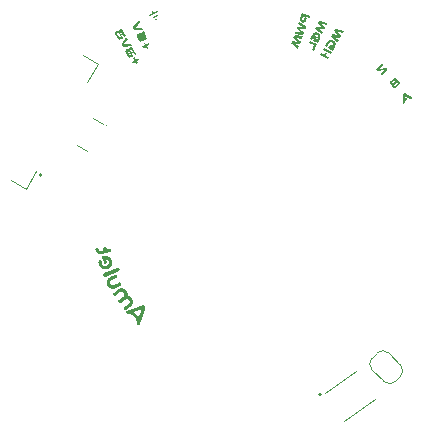
<source format=gbr>
%TF.GenerationSoftware,KiCad,Pcbnew,7.0.6*%
%TF.CreationDate,2024-04-30T01:46:30+02:00*%
%TF.ProjectId,amulet_encoder,616d756c-6574-45f6-956e-636f6465722e,1.0*%
%TF.SameCoordinates,PX7829b80PY6b49d20*%
%TF.FileFunction,Legend,Bot*%
%TF.FilePolarity,Positive*%
%FSLAX46Y46*%
G04 Gerber Fmt 4.6, Leading zero omitted, Abs format (unit mm)*
G04 Created by KiCad (PCBNEW 7.0.6) date 2024-04-30 01:46:30*
%MOMM*%
%LPD*%
G01*
G04 APERTURE LIST*
G04 Aperture macros list*
%AMRoundRect*
0 Rectangle with rounded corners*
0 $1 Rounding radius*
0 $2 $3 $4 $5 $6 $7 $8 $9 X,Y pos of 4 corners*
0 Add a 4 corners polygon primitive as box body*
4,1,4,$2,$3,$4,$5,$6,$7,$8,$9,$2,$3,0*
0 Add four circle primitives for the rounded corners*
1,1,$1+$1,$2,$3*
1,1,$1+$1,$4,$5*
1,1,$1+$1,$6,$7*
1,1,$1+$1,$8,$9*
0 Add four rect primitives between the rounded corners*
20,1,$1+$1,$2,$3,$4,$5,0*
20,1,$1+$1,$4,$5,$6,$7,0*
20,1,$1+$1,$6,$7,$8,$9,0*
20,1,$1+$1,$8,$9,$2,$3,0*%
%AMFreePoly0*
4,1,35,0.012286,0.794910,0.071158,0.794911,0.085245,0.792886,0.221795,0.752791,0.234740,0.746879,0.354462,0.669938,0.365217,0.660618,0.458414,0.553063,0.466109,0.541091,0.525228,0.411637,0.529237,0.397982,0.549491,0.257116,0.550000,0.250000,0.550000,-0.250000,0.549491,-0.257116,0.529237,-0.397982,0.525228,-0.411637,0.466109,-0.541091,0.458414,-0.553063,0.365217,-0.660618,
0.354462,-0.669938,0.234740,-0.746879,0.221795,-0.752791,0.085245,-0.792886,0.071158,-0.794911,0.012286,-0.794910,0.000000,-0.799999,-0.500000,-0.800000,-0.535355,-0.785355,-0.550000,-0.750000,-0.550000,0.750000,-0.535355,0.785355,-0.500000,0.800000,0.000000,0.799999,0.012286,0.794910,0.012286,0.794910,$1*%
%AMFreePoly1*
4,1,35,0.535355,0.785355,0.550000,0.750000,0.550000,-0.750000,0.535355,-0.785355,0.500000,-0.800000,0.000000,-0.799999,-0.012286,-0.794910,-0.071158,-0.794911,-0.085245,-0.792886,-0.221795,-0.752791,-0.234740,-0.746879,-0.354462,-0.669938,-0.365217,-0.660618,-0.458414,-0.553063,-0.466109,-0.541091,-0.525228,-0.411637,-0.529237,-0.397982,-0.549491,-0.257116,-0.550000,-0.250000,-0.550000,0.250000,
-0.549491,0.257116,-0.529237,0.397982,-0.525228,0.411637,-0.466109,0.541091,-0.458414,0.553063,-0.365217,0.660618,-0.354462,0.669938,-0.234740,0.746879,-0.221795,0.752791,-0.085245,0.792886,-0.071158,0.794911,-0.012286,0.794910,0.000000,0.799999,0.500000,0.800000,0.535355,0.785355,0.535355,0.785355,$1*%
G04 Aperture macros list end*
%ADD10C,0.100000*%
%ADD11C,0.160000*%
%ADD12C,0.200000*%
%ADD13C,0.120000*%
%ADD14C,0.149999*%
%ADD15C,0.800000*%
%ADD16C,4.500000*%
%ADD17C,0.999800*%
%ADD18RoundRect,0.300000X0.827628X-0.766506X1.077628X-0.333494X-0.827628X0.766506X-1.077628X0.333494X0*%
%ADD19RoundRect,0.200000X0.531218X-0.479904X0.681218X-0.220096X-0.531218X0.479904X-0.681218X0.220096X0*%
%ADD20RoundRect,0.050000X-0.197308X0.258253X-0.322308X0.041747X0.197308X-0.258253X0.322308X-0.041747X0*%
%ADD21C,2.000000*%
%ADD22RoundRect,0.287500X-0.108582X0.336931X-0.346082X-0.074431X0.108582X-0.336931X0.346082X0.074431X0*%
%ADD23FreePoly0,135.000000*%
%ADD24FreePoly1,135.000000*%
%ADD25RoundRect,0.275000X-0.559110X-0.116818X-0.301000X-0.485437X0.559110X0.116818X0.301000X0.485437X0*%
%ADD26RoundRect,0.287500X0.108582X-0.336931X0.346082X0.074431X-0.108582X0.336931X-0.346082X-0.074431X0*%
G04 APERTURE END LIST*
D10*
X16425970Y40087415D02*
X16086102Y39928944D01*
X16484952Y40404563D02*
X16145097Y40246086D01*
X16145097Y40246086D02*
X16050000Y40450000D01*
X16332977Y39754437D02*
X16400946Y39786138D01*
X16145097Y40246086D02*
X15805212Y40087601D01*
D11*
G36*
X13217236Y18419209D02*
G01*
X12101646Y17945669D01*
X12086203Y17940026D01*
X12071023Y17936236D01*
X12056163Y17934199D01*
X12034595Y17934211D01*
X12014063Y17937603D01*
X11994759Y17944038D01*
X11976873Y17953176D01*
X11960595Y17964681D01*
X11946117Y17978213D01*
X11933630Y17993435D01*
X11923323Y18010008D01*
X11917758Y18021641D01*
X11911384Y18039977D01*
X11907467Y18059088D01*
X11906108Y18078625D01*
X11907409Y18098235D01*
X11911473Y18117570D01*
X11918399Y18136279D01*
X11928290Y18154011D01*
X11941248Y18170415D01*
X11957373Y18185142D01*
X11969933Y18193855D01*
X11983976Y18201562D01*
X11991563Y18205007D01*
X13107154Y18678547D01*
X13122924Y18684355D01*
X13138335Y18688318D01*
X13153340Y18690533D01*
X13174989Y18690789D01*
X13195468Y18687657D01*
X13214622Y18681466D01*
X13232296Y18672542D01*
X13248336Y18661214D01*
X13262587Y18647809D01*
X13274893Y18632656D01*
X13285100Y18616081D01*
X13290663Y18604404D01*
X13297028Y18586199D01*
X13301056Y18567112D01*
X13302606Y18547508D01*
X13301539Y18527753D01*
X13297715Y18508214D01*
X13290994Y18489255D01*
X13281238Y18471243D01*
X13268306Y18454543D01*
X13252059Y18439522D01*
X13239317Y18430620D01*
X13224999Y18422736D01*
X13217236Y18419209D01*
G37*
G36*
X12264586Y18577998D02*
G01*
X12233975Y18568907D01*
X12203511Y18561540D01*
X12173230Y18555858D01*
X12143168Y18551823D01*
X12113362Y18549396D01*
X12083847Y18548538D01*
X12054660Y18549211D01*
X12025837Y18551375D01*
X11997413Y18554993D01*
X11969424Y18560025D01*
X11941908Y18566432D01*
X11914900Y18574177D01*
X11888435Y18583220D01*
X11862551Y18593522D01*
X11837282Y18605045D01*
X11812666Y18617751D01*
X11788738Y18631599D01*
X11765534Y18646553D01*
X11743091Y18662572D01*
X11721444Y18679619D01*
X11700629Y18697654D01*
X11680683Y18716639D01*
X11661642Y18736535D01*
X11643541Y18757304D01*
X11626417Y18778906D01*
X11610306Y18801303D01*
X11595244Y18824457D01*
X11581266Y18848328D01*
X11568410Y18872877D01*
X11556711Y18898067D01*
X11546205Y18923859D01*
X11536928Y18950213D01*
X11531868Y18966526D01*
X11527261Y18982934D01*
X11523113Y18999437D01*
X11519428Y19016039D01*
X11516212Y19032741D01*
X11513469Y19049545D01*
X11511205Y19066454D01*
X11509424Y19083470D01*
X11508131Y19100595D01*
X11507332Y19117830D01*
X11507030Y19135180D01*
X11507232Y19152645D01*
X11507942Y19170227D01*
X11509164Y19187929D01*
X11510905Y19205753D01*
X11513168Y19223702D01*
X11515819Y19238181D01*
X11521265Y19257426D01*
X11528201Y19273910D01*
X11536326Y19287864D01*
X11545334Y19299521D01*
X11558192Y19311894D01*
X11571360Y19321148D01*
X11587156Y19329171D01*
X11600901Y19334259D01*
X11615950Y19337620D01*
X11631805Y19339091D01*
X11647557Y19339452D01*
X11651222Y19339439D01*
X11668970Y19338584D01*
X11688163Y19334227D01*
X11702981Y19328772D01*
X11717753Y19321529D01*
X11732110Y19312578D01*
X11745684Y19301995D01*
X11758106Y19289861D01*
X11769009Y19276252D01*
X11778025Y19261248D01*
X11784784Y19244927D01*
X11788709Y19229644D01*
X11790721Y19215102D01*
X11791137Y19199913D01*
X11789696Y19184502D01*
X11788446Y19177934D01*
X11785653Y19159361D01*
X11783916Y19141027D01*
X11783255Y19122908D01*
X11783693Y19104979D01*
X11785250Y19087215D01*
X11787950Y19069592D01*
X11791812Y19052085D01*
X11796859Y19034669D01*
X11803397Y19016534D01*
X11810973Y18999119D01*
X11819552Y18982443D01*
X11829101Y18966525D01*
X11839584Y18951384D01*
X11850967Y18937041D01*
X11863216Y18923514D01*
X11876295Y18910823D01*
X11890172Y18898986D01*
X11904811Y18888023D01*
X11920177Y18877953D01*
X11936237Y18868796D01*
X11952955Y18860571D01*
X11970298Y18853297D01*
X11988231Y18846993D01*
X12006719Y18841679D01*
X12024398Y18836961D01*
X12041191Y18833353D01*
X12057094Y18830756D01*
X12072103Y18829066D01*
X12092929Y18828015D01*
X12111719Y18828437D01*
X12128457Y18829992D01*
X12143128Y18832338D01*
X12159452Y18836104D01*
X12174601Y18840700D01*
X12180862Y18842790D01*
X12195260Y18847945D01*
X12209446Y18854016D01*
X12223420Y18861047D01*
X12237180Y18869082D01*
X12250725Y18878168D01*
X12264055Y18888348D01*
X12277168Y18899667D01*
X12290063Y18912171D01*
X12305949Y18928731D01*
X12320266Y18945873D01*
X12333031Y18963548D01*
X12344260Y18981707D01*
X12353972Y19000300D01*
X12362182Y19019278D01*
X12368909Y19038593D01*
X12374169Y19058194D01*
X12377980Y19078033D01*
X12380358Y19098061D01*
X12381321Y19118228D01*
X12380885Y19138485D01*
X12379068Y19158783D01*
X12375887Y19179074D01*
X12371360Y19199306D01*
X12365502Y19219433D01*
X12358371Y19239211D01*
X12350041Y19258380D01*
X12340560Y19276863D01*
X12329974Y19294581D01*
X12318330Y19311456D01*
X12305675Y19327411D01*
X12292055Y19342368D01*
X12277518Y19356248D01*
X12262110Y19368974D01*
X12245878Y19380468D01*
X12228869Y19390652D01*
X12211128Y19399448D01*
X12192704Y19406777D01*
X12173643Y19412564D01*
X12153992Y19416728D01*
X12133797Y19419193D01*
X12139600Y19405551D01*
X12145185Y19390951D01*
X12147322Y19384680D01*
X12153548Y19364808D01*
X12159377Y19344789D01*
X12164825Y19324629D01*
X12169912Y19304337D01*
X12174656Y19283922D01*
X12179076Y19263389D01*
X12183188Y19242749D01*
X12187014Y19222008D01*
X12190569Y19201174D01*
X12193873Y19180256D01*
X12195946Y19166267D01*
X12197161Y19151138D01*
X12196287Y19130450D01*
X12192562Y19112067D01*
X12186419Y19095875D01*
X12178290Y19081758D01*
X12168611Y19069603D01*
X12157813Y19059295D01*
X12142425Y19048226D01*
X12126847Y19039967D01*
X12112105Y19034246D01*
X12097715Y19030672D01*
X12082630Y19027615D01*
X12071139Y19025172D01*
X12054788Y19025621D01*
X12037226Y19029327D01*
X12019254Y19036016D01*
X12005990Y19042823D01*
X11993286Y19051035D01*
X11981481Y19060537D01*
X11970914Y19071210D01*
X11961924Y19082939D01*
X11952976Y19100019D01*
X11951365Y19104517D01*
X11947788Y19119594D01*
X11945942Y19134708D01*
X11945601Y19138855D01*
X11944520Y19155168D01*
X11942993Y19171496D01*
X11941032Y19187820D01*
X11938648Y19204121D01*
X11935855Y19220380D01*
X11932662Y19236578D01*
X11929083Y19252696D01*
X11925129Y19268715D01*
X11920812Y19284617D01*
X11916145Y19300381D01*
X11912844Y19310805D01*
X11906284Y19330055D01*
X11899214Y19349001D01*
X11891633Y19367646D01*
X11883538Y19385994D01*
X11874930Y19404047D01*
X11865806Y19421810D01*
X11856167Y19439286D01*
X11846010Y19456479D01*
X11835335Y19473391D01*
X11824140Y19490027D01*
X11816387Y19500965D01*
X11807758Y19513248D01*
X11800694Y19526731D01*
X11797984Y19533893D01*
X11794876Y19549558D01*
X11795319Y19565694D01*
X11799037Y19581968D01*
X11804617Y19595773D01*
X11810820Y19607017D01*
X11818984Y19620111D01*
X11828783Y19631785D01*
X11839804Y19642106D01*
X11851636Y19651143D01*
X11867959Y19661312D01*
X11884012Y19669479D01*
X11898817Y19675804D01*
X11914078Y19681367D01*
X11920771Y19683576D01*
X11940176Y19689309D01*
X11961661Y19694482D01*
X11977083Y19697533D01*
X11993344Y19700203D01*
X12010409Y19702442D01*
X12028245Y19704196D01*
X12046817Y19705414D01*
X12066090Y19706042D01*
X12086030Y19706029D01*
X12106603Y19705322D01*
X12127775Y19703869D01*
X12149511Y19701617D01*
X12171777Y19698514D01*
X12194538Y19694508D01*
X12217760Y19689547D01*
X12240676Y19683535D01*
X12263631Y19676475D01*
X12286565Y19668345D01*
X12309421Y19659121D01*
X12332139Y19648780D01*
X12354659Y19637298D01*
X12376923Y19624654D01*
X12398871Y19610822D01*
X12420446Y19595782D01*
X12441586Y19579508D01*
X12462235Y19561979D01*
X12482331Y19543171D01*
X12501817Y19523060D01*
X12520633Y19501624D01*
X12538721Y19478840D01*
X12547473Y19466935D01*
X12556020Y19454684D01*
X12565213Y19440893D01*
X12573862Y19427138D01*
X12581994Y19413376D01*
X12589639Y19399566D01*
X12596826Y19385665D01*
X12603584Y19371632D01*
X12609941Y19357424D01*
X12615927Y19343000D01*
X12621571Y19328317D01*
X12626900Y19313334D01*
X12630294Y19303157D01*
X12638467Y19275706D01*
X12645228Y19248066D01*
X12650593Y19220288D01*
X12654577Y19192422D01*
X12657192Y19164517D01*
X12658455Y19136622D01*
X12658380Y19108789D01*
X12656982Y19081065D01*
X12654275Y19053502D01*
X12650274Y19026148D01*
X12644994Y18999053D01*
X12638449Y18972268D01*
X12630655Y18945841D01*
X12621625Y18919823D01*
X12611374Y18894263D01*
X12599918Y18869210D01*
X12587270Y18844716D01*
X12573446Y18820828D01*
X12558460Y18797598D01*
X12542326Y18775074D01*
X12525060Y18753307D01*
X12506677Y18732345D01*
X12487190Y18712240D01*
X12466614Y18693040D01*
X12444965Y18674795D01*
X12422257Y18657554D01*
X12398504Y18641369D01*
X12373721Y18626287D01*
X12347924Y18612360D01*
X12321125Y18599636D01*
X12293342Y18588166D01*
X12264586Y18577998D01*
G37*
G36*
X13366256Y17172402D02*
G01*
X12965244Y16963648D01*
X12937507Y16950101D01*
X12909882Y16938356D01*
X12882397Y16928370D01*
X12855079Y16920098D01*
X12827953Y16913494D01*
X12801047Y16908514D01*
X12774388Y16905113D01*
X12748003Y16903247D01*
X12721918Y16902871D01*
X12696159Y16903939D01*
X12670755Y16906408D01*
X12645731Y16910233D01*
X12621114Y16915368D01*
X12596931Y16921769D01*
X12573209Y16929392D01*
X12549975Y16938191D01*
X12527256Y16948122D01*
X12505077Y16959139D01*
X12483467Y16971199D01*
X12462451Y16984257D01*
X12442056Y16998267D01*
X12422310Y17013186D01*
X12403239Y17028967D01*
X12384870Y17045567D01*
X12367230Y17062941D01*
X12350345Y17081044D01*
X12334241Y17099831D01*
X12318947Y17119258D01*
X12304489Y17139280D01*
X12290893Y17159851D01*
X12278186Y17180928D01*
X12266396Y17202465D01*
X12255856Y17223759D01*
X12246201Y17245451D01*
X12237456Y17267500D01*
X12229642Y17289868D01*
X12222785Y17312515D01*
X12216908Y17335402D01*
X12212034Y17358489D01*
X12208186Y17381738D01*
X12205389Y17405110D01*
X12203666Y17428563D01*
X12203040Y17452061D01*
X12203535Y17475562D01*
X12205175Y17499028D01*
X12207983Y17522420D01*
X12211983Y17545697D01*
X12217198Y17568822D01*
X12223652Y17591754D01*
X12231368Y17614455D01*
X12240370Y17636884D01*
X12250682Y17659003D01*
X12262327Y17680772D01*
X12275328Y17702152D01*
X12289710Y17723104D01*
X12305495Y17743589D01*
X12322708Y17763566D01*
X12341372Y17782997D01*
X12361511Y17801842D01*
X12383147Y17820063D01*
X12406305Y17837619D01*
X12431008Y17854472D01*
X12457281Y17870583D01*
X12485145Y17885910D01*
X12886157Y18094664D01*
X12901480Y18101722D01*
X12916582Y18106909D01*
X12931410Y18110318D01*
X12953023Y18112305D01*
X12973720Y18110821D01*
X12993323Y18106183D01*
X13011652Y18098709D01*
X13028528Y18088716D01*
X13043771Y18076520D01*
X13057202Y18062439D01*
X13068641Y18046790D01*
X13075073Y18035642D01*
X13082891Y18017910D01*
X13088437Y17999129D01*
X13091543Y17979651D01*
X13092040Y17959827D01*
X13089761Y17940008D01*
X13084535Y17920546D01*
X13076195Y17901793D01*
X13064573Y17884098D01*
X13054917Y17873064D01*
X13043678Y17862760D01*
X13030804Y17853292D01*
X13016247Y17844763D01*
X12615235Y17636009D01*
X12590765Y17621744D01*
X12569096Y17606007D01*
X12550155Y17588948D01*
X12533866Y17570715D01*
X12520156Y17551458D01*
X12508950Y17531325D01*
X12500174Y17510465D01*
X12493752Y17489027D01*
X12489611Y17467159D01*
X12487676Y17445011D01*
X12487873Y17422731D01*
X12490128Y17400468D01*
X12494365Y17378371D01*
X12500510Y17356588D01*
X12508490Y17335269D01*
X12518229Y17314562D01*
X12529582Y17294751D01*
X12542405Y17276110D01*
X12556623Y17258774D01*
X12572164Y17242878D01*
X12588954Y17228557D01*
X12606920Y17215946D01*
X12625989Y17205179D01*
X12646088Y17196392D01*
X12667143Y17189720D01*
X12689081Y17185296D01*
X12711829Y17183258D01*
X12735314Y17183738D01*
X12759462Y17186872D01*
X12784200Y17192796D01*
X12809455Y17201643D01*
X12835154Y17213549D01*
X13236166Y17422303D01*
X13251489Y17429361D01*
X13266591Y17434547D01*
X13281420Y17437955D01*
X13303036Y17439936D01*
X13323738Y17438443D01*
X13343350Y17433789D01*
X13361691Y17426290D01*
X13378585Y17416263D01*
X13393851Y17404022D01*
X13407312Y17389883D01*
X13418790Y17374161D01*
X13425251Y17362956D01*
X13433018Y17345207D01*
X13438432Y17326386D01*
X13441356Y17306854D01*
X13441651Y17286976D01*
X13439179Y17267114D01*
X13433803Y17247632D01*
X13425385Y17228892D01*
X13413785Y17211258D01*
X13398868Y17195093D01*
X13387011Y17185312D01*
X13373577Y17176452D01*
X13366256Y17172402D01*
G37*
G36*
X12466624Y19990837D02*
G01*
X11811355Y19845568D01*
X11789982Y19841369D01*
X11768411Y19838202D01*
X11746687Y19836069D01*
X11724853Y19834974D01*
X11702953Y19834919D01*
X11681030Y19835908D01*
X11659128Y19837943D01*
X11637291Y19841027D01*
X11615562Y19845165D01*
X11593986Y19850357D01*
X11572606Y19856609D01*
X11551466Y19863922D01*
X11530609Y19872299D01*
X11510079Y19881745D01*
X11489920Y19892261D01*
X11470175Y19903851D01*
X11450889Y19916517D01*
X11432105Y19930264D01*
X11413867Y19945093D01*
X11396218Y19961008D01*
X11379202Y19978012D01*
X11362863Y19996107D01*
X11347245Y20015298D01*
X11332391Y20035587D01*
X11318345Y20056976D01*
X11305151Y20079470D01*
X11292853Y20103071D01*
X11281493Y20127781D01*
X11271117Y20153605D01*
X11261767Y20180545D01*
X11253487Y20208604D01*
X11246321Y20237785D01*
X11243599Y20253711D01*
X11242578Y20268948D01*
X11245244Y20297266D01*
X11253534Y20322565D01*
X11266660Y20344670D01*
X11283835Y20363407D01*
X11304273Y20378602D01*
X11327185Y20390080D01*
X11351786Y20397667D01*
X11377289Y20401188D01*
X11402906Y20400469D01*
X11427850Y20395335D01*
X11451335Y20385611D01*
X11472573Y20371124D01*
X11490778Y20351699D01*
X11505162Y20327161D01*
X11510676Y20312921D01*
X11514939Y20297337D01*
X11519287Y20279368D01*
X11524097Y20262526D01*
X11529351Y20246781D01*
X11535031Y20232100D01*
X11541121Y20218452D01*
X11554457Y20194126D01*
X11569217Y20173550D01*
X11585260Y20156469D01*
X11602446Y20142630D01*
X11620633Y20131779D01*
X11639681Y20123662D01*
X11659448Y20118024D01*
X11679792Y20114613D01*
X11700574Y20113174D01*
X11721652Y20113453D01*
X11742885Y20115197D01*
X11764131Y20118151D01*
X11785251Y20122062D01*
X11795719Y20124296D01*
X11810417Y20128061D01*
X11827559Y20132661D01*
X11844911Y20137266D01*
X11859896Y20141162D01*
X11876463Y20145367D01*
X11894513Y20149820D01*
X11913950Y20154458D01*
X11934675Y20159218D01*
X11941853Y20160821D01*
X11917589Y20270271D01*
X11914820Y20286411D01*
X11913764Y20301820D01*
X11914320Y20316480D01*
X11919875Y20343475D01*
X11930693Y20367245D01*
X11945979Y20387636D01*
X11964943Y20404496D01*
X11986790Y20417671D01*
X12010727Y20427010D01*
X12035963Y20432359D01*
X12061703Y20433566D01*
X12087156Y20430478D01*
X12111527Y20422943D01*
X12134025Y20410808D01*
X12153856Y20393919D01*
X12170228Y20372125D01*
X12182347Y20345273D01*
X12186564Y20329902D01*
X12210828Y20220452D01*
X12406122Y20263747D01*
X12422342Y20266534D01*
X12437858Y20267614D01*
X12452648Y20267086D01*
X12473422Y20263495D01*
X12492436Y20256840D01*
X12509614Y20247453D01*
X12524880Y20235665D01*
X12538160Y20221810D01*
X12549378Y20206218D01*
X12558458Y20189222D01*
X12565325Y20171155D01*
X12568636Y20158678D01*
X12571581Y20139619D01*
X12572086Y20120122D01*
X12570099Y20100578D01*
X12565569Y20081375D01*
X12558446Y20062903D01*
X12548678Y20045552D01*
X12536214Y20029711D01*
X12521004Y20015769D01*
X12502995Y20004116D01*
X12489410Y19997811D01*
X12474543Y19992811D01*
X12466624Y19990837D01*
G37*
G36*
X15266374Y15509271D02*
G01*
X15284186Y15507325D01*
X15301315Y15504141D01*
X15317720Y15499845D01*
X15333360Y15494566D01*
X15348194Y15488430D01*
X15362181Y15481566D01*
X15375280Y15474101D01*
X15393173Y15462055D01*
X15408839Y15449374D01*
X15417976Y15440779D01*
X15429222Y15429331D01*
X15439665Y15417287D01*
X15448707Y15405127D01*
X15457809Y15390574D01*
X15466464Y15373493D01*
X15472358Y15358940D01*
X15477502Y15342831D01*
X15480409Y15331198D01*
X15481707Y15314640D01*
X15482195Y15299504D01*
X15481136Y15283387D01*
X15477794Y15263883D01*
X15471431Y15238590D01*
X15466886Y15223021D01*
X15461310Y15205104D01*
X15454611Y15184537D01*
X15446695Y15161021D01*
X15437472Y15134255D01*
X15426848Y15103938D01*
X15414733Y15069771D01*
X15401033Y15031452D01*
X15385657Y14988681D01*
X15368513Y14941158D01*
X15349508Y14888581D01*
X15328550Y14830652D01*
X15305547Y14767069D01*
X15280407Y14697532D01*
X15253039Y14621740D01*
X15223349Y14539394D01*
X15191246Y14450191D01*
X15156637Y14353833D01*
X15119431Y14250018D01*
X15079535Y14138447D01*
X15036858Y14018818D01*
X14991306Y13890831D01*
X14982923Y13878730D01*
X14975244Y13870625D01*
X14963336Y13860547D01*
X14949488Y13852519D01*
X14938976Y13848346D01*
X14922928Y13845509D01*
X14907071Y13846474D01*
X14891892Y13851177D01*
X14877880Y13859552D01*
X14870585Y13865962D01*
X14793385Y13943161D01*
X14782693Y13954059D01*
X14769065Y13968756D01*
X14758109Y13981676D01*
X14747224Y13996536D01*
X14738769Y14012071D01*
X14734654Y14027655D01*
X14735641Y14043939D01*
X14736651Y14048598D01*
X14737089Y14065410D01*
X14737040Y14082230D01*
X14736506Y14099055D01*
X14735486Y14115881D01*
X14733980Y14132703D01*
X14731988Y14149519D01*
X14729511Y14166324D01*
X14726548Y14183114D01*
X14723099Y14199887D01*
X14719165Y14216637D01*
X14714745Y14233362D01*
X14709839Y14250057D01*
X14704447Y14266718D01*
X14698570Y14283343D01*
X14692207Y14299926D01*
X14685358Y14316465D01*
X14678257Y14332796D01*
X14671232Y14348470D01*
X14664282Y14363493D01*
X14657404Y14377870D01*
X14650596Y14391606D01*
X14643855Y14404708D01*
X14633865Y14423180D01*
X14624015Y14440253D01*
X14614296Y14455945D01*
X14604702Y14470273D01*
X14595223Y14483255D01*
X14585852Y14494910D01*
X14579662Y14501951D01*
X14567096Y14514650D01*
X14556173Y14525926D01*
X14544740Y14537995D01*
X14534131Y14549468D01*
X14524172Y14560416D01*
X14521892Y14562830D01*
X14510048Y14574416D01*
X14497930Y14585756D01*
X14485544Y14596837D01*
X14472894Y14607649D01*
X14459985Y14618179D01*
X14446822Y14628415D01*
X14433408Y14638347D01*
X14419750Y14647963D01*
X14405851Y14657251D01*
X14391715Y14666199D01*
X14377349Y14674796D01*
X14362756Y14683031D01*
X14347941Y14690891D01*
X14332908Y14698366D01*
X14317663Y14705444D01*
X14302210Y14712112D01*
X14286554Y14718360D01*
X14270698Y14724176D01*
X14254649Y14729549D01*
X14238410Y14734466D01*
X14221986Y14738917D01*
X14205382Y14742889D01*
X14188603Y14746371D01*
X14171653Y14749352D01*
X14154536Y14751820D01*
X14137258Y14753763D01*
X14119823Y14755170D01*
X14102236Y14756029D01*
X14084501Y14756328D01*
X14066623Y14756057D01*
X14048607Y14755204D01*
X14030458Y14753756D01*
X14014326Y14753944D01*
X13998786Y14756684D01*
X13984624Y14762638D01*
X13971541Y14770799D01*
X13956158Y14782747D01*
X13942702Y14794618D01*
X13927280Y14809315D01*
X13921653Y14814894D01*
X13841604Y14894943D01*
X13831314Y14908207D01*
X13825587Y14922027D01*
X13824837Y14928880D01*
X14442879Y14928880D01*
X14457630Y14920907D01*
X14472798Y14912261D01*
X14488326Y14902974D01*
X14504158Y14893077D01*
X14520238Y14882602D01*
X14536509Y14871580D01*
X14552914Y14860042D01*
X14569397Y14848021D01*
X14585901Y14835547D01*
X14602370Y14822653D01*
X14618746Y14809369D01*
X14634975Y14795727D01*
X14650999Y14781759D01*
X14666761Y14767497D01*
X14682205Y14752970D01*
X14697275Y14738212D01*
X14708159Y14726153D01*
X14719097Y14714299D01*
X14729874Y14703086D01*
X14736133Y14696763D01*
X14747340Y14685091D01*
X14759544Y14671452D01*
X14769981Y14659128D01*
X14780982Y14645552D01*
X14792512Y14630726D01*
X14801487Y14618789D01*
X14810728Y14606153D01*
X14820219Y14592817D01*
X14823436Y14588217D01*
X14833365Y14573833D01*
X14842866Y14559485D01*
X14851896Y14545316D01*
X14860408Y14531473D01*
X14868359Y14518099D01*
X14875703Y14505339D01*
X14884473Y14489532D01*
X14891979Y14475418D01*
X14899422Y14460677D01*
X14900636Y14458170D01*
X14906604Y14473091D01*
X14913039Y14488891D01*
X14919193Y14503878D01*
X14925984Y14520569D01*
X14932495Y14536843D01*
X14938315Y14551600D01*
X14945159Y14569148D01*
X14953225Y14590031D01*
X14959402Y14606303D01*
X14966406Y14624637D01*
X14974286Y14645214D01*
X14983093Y14668214D01*
X14992876Y14693817D01*
X14998149Y14707651D01*
X15003685Y14722204D01*
X15009489Y14737497D01*
X15015569Y14753554D01*
X15021930Y14770397D01*
X15028578Y14788049D01*
X15035520Y14806531D01*
X15042762Y14825867D01*
X15050311Y14846080D01*
X15058171Y14867191D01*
X15066350Y14889223D01*
X15074854Y14912199D01*
X15083689Y14936141D01*
X15092861Y14961072D01*
X15102377Y14987014D01*
X15112242Y15013990D01*
X15122463Y15042022D01*
X15133046Y15071134D01*
X15143998Y15101346D01*
X15155323Y15132683D01*
X15167030Y15165166D01*
X15179124Y15198819D01*
X15121053Y15177199D01*
X15066540Y15156900D01*
X15015461Y15137878D01*
X14967690Y15120086D01*
X14923103Y15103479D01*
X14881575Y15088014D01*
X14842983Y15073643D01*
X14807200Y15060323D01*
X14774104Y15048009D01*
X14743568Y15036654D01*
X14715468Y15026215D01*
X14689680Y15016645D01*
X14666080Y15007901D01*
X14644542Y14999935D01*
X14624941Y14992705D01*
X14607155Y14986164D01*
X14591056Y14980267D01*
X14576522Y14974970D01*
X14551648Y14965992D01*
X14531534Y14958870D01*
X14515185Y14953243D01*
X14495537Y14946816D01*
X14478752Y14941722D01*
X14467490Y14938465D01*
X14442879Y14928880D01*
X13824837Y14928880D01*
X13823693Y14939338D01*
X13826271Y14955799D01*
X13831844Y14970455D01*
X13840408Y14984316D01*
X13844712Y14989240D01*
X13856933Y14998781D01*
X13870970Y15005671D01*
X13873986Y15006597D01*
X13890576Y15014145D01*
X13908798Y15021506D01*
X13933021Y15031035D01*
X13962781Y15042564D01*
X13997617Y15055924D01*
X14037065Y15070948D01*
X14080662Y15087468D01*
X14127946Y15105316D01*
X14178454Y15124323D01*
X14231723Y15144322D01*
X14287290Y15165146D01*
X14344693Y15186625D01*
X14403468Y15208592D01*
X14463153Y15230879D01*
X14523284Y15253318D01*
X14583400Y15275741D01*
X14643037Y15297981D01*
X14701732Y15319868D01*
X14759023Y15341236D01*
X14814447Y15361915D01*
X14867540Y15381739D01*
X14917841Y15400540D01*
X14964886Y15418148D01*
X15008213Y15434397D01*
X15047358Y15449118D01*
X15081859Y15462144D01*
X15111253Y15473306D01*
X15135077Y15482436D01*
X15152868Y15489367D01*
X15168502Y15495959D01*
X15189115Y15502119D01*
X15209249Y15506402D01*
X15228865Y15508937D01*
X15247920Y15509851D01*
X15266374Y15509271D01*
G37*
G36*
X14215894Y15384890D02*
G01*
X13848957Y15118295D01*
X13834898Y15109088D01*
X13820774Y15101759D01*
X13806652Y15096224D01*
X13785619Y15091100D01*
X13764968Y15089536D01*
X13744923Y15091245D01*
X13725710Y15095942D01*
X13707555Y15103341D01*
X13690685Y15113155D01*
X13675323Y15125098D01*
X13661697Y15138886D01*
X13653689Y15148960D01*
X13643321Y15165437D01*
X13635120Y15183298D01*
X13629276Y15202211D01*
X13625982Y15221838D01*
X13625430Y15241845D01*
X13627811Y15261898D01*
X13633319Y15281660D01*
X13642144Y15300797D01*
X13654479Y15318973D01*
X13664747Y15330392D01*
X13676717Y15341135D01*
X13683358Y15346223D01*
X14050295Y15612818D01*
X14072638Y15630664D01*
X14091940Y15649402D01*
X14108302Y15668915D01*
X14121824Y15689085D01*
X14132607Y15709797D01*
X14140752Y15730933D01*
X14146359Y15752378D01*
X14149529Y15774014D01*
X14150363Y15795725D01*
X14148961Y15817395D01*
X14145423Y15838906D01*
X14139851Y15860143D01*
X14132346Y15880988D01*
X14123007Y15901325D01*
X14111935Y15921037D01*
X14099232Y15940009D01*
X14085050Y15957967D01*
X14069544Y15974630D01*
X14052815Y15989865D01*
X14034965Y16003543D01*
X14016096Y16015529D01*
X13996309Y16025694D01*
X13975706Y16033904D01*
X13954390Y16040029D01*
X13932460Y16043937D01*
X13910020Y16045495D01*
X13887171Y16044572D01*
X13864015Y16041036D01*
X13840652Y16034756D01*
X13817186Y16025600D01*
X13793718Y16013435D01*
X13770349Y15998131D01*
X13403412Y15731536D01*
X13389582Y15722526D01*
X13375598Y15715386D01*
X13361536Y15710031D01*
X13340466Y15705160D01*
X13319653Y15703828D01*
X13299357Y15705750D01*
X13279838Y15710639D01*
X13261354Y15718208D01*
X13244166Y15728173D01*
X13228532Y15740246D01*
X13214713Y15754141D01*
X13206636Y15764276D01*
X13196355Y15780633D01*
X13188286Y15798313D01*
X13182607Y15816997D01*
X13179500Y15836367D01*
X13179145Y15856103D01*
X13181722Y15875887D01*
X13187411Y15895399D01*
X13196393Y15914320D01*
X13208848Y15932332D01*
X13219169Y15943677D01*
X13231168Y15954381D01*
X13237813Y15959464D01*
X13604749Y16226059D01*
X13626538Y16243538D01*
X13645394Y16262052D01*
X13661408Y16281466D01*
X13674670Y16301646D01*
X13685274Y16322460D01*
X13693308Y16343774D01*
X13698864Y16365454D01*
X13702034Y16387367D01*
X13702908Y16409379D01*
X13701577Y16431357D01*
X13698133Y16453167D01*
X13692666Y16474676D01*
X13685268Y16495750D01*
X13676029Y16516256D01*
X13665041Y16536060D01*
X13652394Y16555028D01*
X13638402Y16572725D01*
X13623061Y16589160D01*
X13606476Y16604198D01*
X13588749Y16617705D01*
X13569985Y16629548D01*
X13550285Y16639593D01*
X13529754Y16647706D01*
X13508494Y16653752D01*
X13486609Y16657598D01*
X13464202Y16659110D01*
X13441377Y16658155D01*
X13418237Y16654597D01*
X13394884Y16648303D01*
X13371423Y16639140D01*
X13347956Y16626973D01*
X13324588Y16611669D01*
X12957651Y16345074D01*
X12943823Y16336060D01*
X12929846Y16328911D01*
X12915795Y16323541D01*
X12894746Y16318640D01*
X12873960Y16317272D01*
X12853694Y16319153D01*
X12834205Y16324000D01*
X12815750Y16331530D01*
X12798587Y16341460D01*
X12782973Y16353506D01*
X12769165Y16367386D01*
X12761090Y16377517D01*
X12750754Y16393950D01*
X12742640Y16411691D01*
X12736926Y16430425D01*
X12733792Y16449832D01*
X12733416Y16469596D01*
X12735979Y16489400D01*
X12741659Y16508925D01*
X12750635Y16527853D01*
X12763087Y16545869D01*
X12773408Y16557214D01*
X12785407Y16567919D01*
X12792051Y16573001D01*
X13158988Y16839596D01*
X13185873Y16858219D01*
X13212663Y16874989D01*
X13239336Y16889950D01*
X13265871Y16903146D01*
X13292248Y16914620D01*
X13318444Y16924415D01*
X13344439Y16932574D01*
X13370213Y16939142D01*
X13395742Y16944161D01*
X13421008Y16947675D01*
X13445987Y16949727D01*
X13470660Y16950361D01*
X13495005Y16949619D01*
X13519001Y16947545D01*
X13542627Y16944183D01*
X13565862Y16939576D01*
X13588684Y16933767D01*
X13611073Y16926799D01*
X13633007Y16918716D01*
X13654465Y16909562D01*
X13675426Y16899379D01*
X13695869Y16888211D01*
X13715773Y16876102D01*
X13735116Y16863094D01*
X13753878Y16849231D01*
X13772038Y16834556D01*
X13789573Y16819113D01*
X13806464Y16802946D01*
X13822689Y16786096D01*
X13838226Y16768609D01*
X13853056Y16750527D01*
X13867156Y16731893D01*
X13883291Y16708652D01*
X13898327Y16684879D01*
X13912237Y16660640D01*
X13924995Y16636001D01*
X13936573Y16611027D01*
X13946945Y16585785D01*
X13956083Y16560341D01*
X13963962Y16534762D01*
X13970555Y16509112D01*
X13975834Y16483459D01*
X13979773Y16457869D01*
X13982344Y16432406D01*
X13983522Y16407139D01*
X13983279Y16382132D01*
X13981589Y16357452D01*
X13978425Y16333165D01*
X14001679Y16329699D01*
X14024926Y16324632D01*
X14048103Y16318019D01*
X14071146Y16309918D01*
X14093991Y16300384D01*
X14116575Y16289472D01*
X14138833Y16277238D01*
X14160702Y16263739D01*
X14182118Y16249030D01*
X14203018Y16233166D01*
X14223337Y16216204D01*
X14243012Y16198200D01*
X14261979Y16179209D01*
X14280174Y16159287D01*
X14297533Y16138490D01*
X14313993Y16116873D01*
X14328026Y16096726D01*
X14341275Y16075990D01*
X14353706Y16054707D01*
X14365289Y16032919D01*
X14375993Y16010667D01*
X14385784Y15987991D01*
X14394631Y15964934D01*
X14402502Y15941535D01*
X14409366Y15917838D01*
X14415191Y15893881D01*
X14419944Y15869708D01*
X14423594Y15845359D01*
X14426109Y15820875D01*
X14427457Y15796297D01*
X14427607Y15771668D01*
X14426526Y15747027D01*
X14424182Y15722416D01*
X14420545Y15697877D01*
X14415581Y15673450D01*
X14409260Y15649177D01*
X14401549Y15625098D01*
X14392416Y15601256D01*
X14381830Y15577692D01*
X14369758Y15554446D01*
X14356169Y15531559D01*
X14341032Y15509074D01*
X14324313Y15487031D01*
X14305982Y15465471D01*
X14286007Y15444436D01*
X14264355Y15423967D01*
X14240995Y15404104D01*
X14215894Y15384890D01*
G37*
D10*
G36*
X29109658Y39634339D02*
G01*
X29103978Y39619678D01*
X29097800Y39605513D01*
X29091137Y39591853D01*
X29084005Y39578708D01*
X29076418Y39566086D01*
X29068391Y39553996D01*
X29059938Y39542447D01*
X29051074Y39531447D01*
X29041813Y39521006D01*
X29032171Y39511133D01*
X29022162Y39501835D01*
X29011800Y39493123D01*
X29001100Y39485005D01*
X28990076Y39477489D01*
X28978744Y39470585D01*
X28967117Y39464302D01*
X28955211Y39458648D01*
X28943040Y39453632D01*
X28930618Y39449263D01*
X28917961Y39445550D01*
X28905082Y39442502D01*
X28891997Y39440127D01*
X28878720Y39438434D01*
X28865265Y39437433D01*
X28851648Y39437132D01*
X28837882Y39437540D01*
X28823983Y39438666D01*
X28809965Y39440518D01*
X28795843Y39443106D01*
X28781630Y39446438D01*
X28767343Y39450524D01*
X28752995Y39455371D01*
X28738821Y39460905D01*
X28725186Y39466983D01*
X28712096Y39473587D01*
X28699556Y39480704D01*
X28687572Y39488316D01*
X28676149Y39496406D01*
X28665293Y39504960D01*
X28655008Y39513961D01*
X28645301Y39523392D01*
X28636177Y39533238D01*
X28627640Y39543482D01*
X28619698Y39554109D01*
X28612355Y39565101D01*
X28605616Y39576444D01*
X28599488Y39588120D01*
X28593974Y39600115D01*
X28589082Y39612411D01*
X28584816Y39624992D01*
X28581182Y39637842D01*
X28578185Y39650946D01*
X28575830Y39664287D01*
X28574124Y39677848D01*
X28573071Y39691615D01*
X28572677Y39705570D01*
X28572947Y39719697D01*
X28573887Y39733981D01*
X28575502Y39748405D01*
X28577798Y39762952D01*
X28580780Y39777608D01*
X28584453Y39792356D01*
X28588823Y39807179D01*
X28593896Y39822061D01*
X28759364Y40276681D01*
X29440926Y40028612D01*
X29374298Y39845553D01*
X28868635Y40029599D01*
X28768659Y39754918D01*
X28765737Y39745632D01*
X28763733Y39736392D01*
X28762635Y39727244D01*
X28762433Y39718229D01*
X28763117Y39709391D01*
X28764676Y39700773D01*
X28767100Y39692420D01*
X28770378Y39684374D01*
X28774501Y39676679D01*
X28779457Y39669378D01*
X28785236Y39662514D01*
X28791828Y39656131D01*
X28799223Y39650272D01*
X28807409Y39644981D01*
X28816377Y39640301D01*
X28826117Y39636276D01*
X28835820Y39633225D01*
X28845416Y39631148D01*
X28854864Y39630020D01*
X28864122Y39629818D01*
X28873148Y39630516D01*
X28881902Y39632091D01*
X28890341Y39634516D01*
X28898424Y39637769D01*
X28906109Y39641825D01*
X28913356Y39646658D01*
X28920122Y39652246D01*
X28926366Y39658562D01*
X28932046Y39665583D01*
X28937122Y39673284D01*
X28941551Y39681641D01*
X28945292Y39690629D01*
X29026088Y39912614D01*
X29189318Y39853203D01*
X29109658Y39634339D01*
G37*
G36*
X28873350Y38469208D02*
G01*
X28869940Y38460615D01*
X28866163Y38452605D01*
X28861997Y38445188D01*
X28857422Y38438373D01*
X28852416Y38432169D01*
X28844054Y38424030D01*
X28834605Y38417317D01*
X28827667Y38413649D01*
X28820192Y38410639D01*
X28812161Y38408295D01*
X28803553Y38406627D01*
X28794345Y38405643D01*
X28784518Y38405352D01*
X28774049Y38405765D01*
X28762919Y38406890D01*
X28107917Y38486845D01*
X28174545Y38669905D01*
X28657108Y38608630D01*
X28319604Y38866213D01*
X28312583Y38871694D01*
X28306242Y38877391D01*
X28300576Y38883298D01*
X28295580Y38889409D01*
X28289331Y38898941D01*
X28284561Y38908893D01*
X28281252Y38919243D01*
X28279387Y38929967D01*
X28278948Y38941044D01*
X28279918Y38952452D01*
X28281339Y38960229D01*
X28283373Y38968136D01*
X28286016Y38976167D01*
X28306332Y39031985D01*
X28309466Y39039825D01*
X28312980Y39047163D01*
X28316876Y39053993D01*
X28323437Y39063277D01*
X28330863Y39071395D01*
X28339156Y39078332D01*
X28348322Y39084074D01*
X28358363Y39088605D01*
X28369285Y39091911D01*
X28377056Y39093427D01*
X28385222Y39094387D01*
X28393783Y39094788D01*
X28402739Y39094624D01*
X28819508Y39077674D01*
X28417802Y39338247D01*
X28484096Y39520389D01*
X29037586Y39161529D01*
X29046893Y39155396D01*
X29055205Y39149059D01*
X29062549Y39142528D01*
X29068954Y39135810D01*
X29074446Y39128915D01*
X29079053Y39121852D01*
X29082802Y39114630D01*
X29085722Y39107256D01*
X29088607Y39095933D01*
X29089780Y39084321D01*
X29089657Y39076434D01*
X29088843Y39068440D01*
X29087364Y39060349D01*
X29085248Y39052169D01*
X29082524Y39043909D01*
X29054589Y38967160D01*
X29051386Y38959125D01*
X29047814Y38951616D01*
X29043868Y38944638D01*
X29037242Y38935171D01*
X29029755Y38926917D01*
X29021394Y38919887D01*
X29012145Y38914093D01*
X29001995Y38909548D01*
X28990932Y38906262D01*
X28983042Y38904778D01*
X28974736Y38903862D01*
X28966011Y38903520D01*
X28956863Y38903753D01*
X28503637Y38927942D01*
X28866844Y38656429D01*
X28873987Y38650685D01*
X28880431Y38644760D01*
X28886183Y38638661D01*
X28891251Y38632393D01*
X28897586Y38622687D01*
X28902422Y38612634D01*
X28905785Y38602254D01*
X28907698Y38591566D01*
X28908186Y38580592D01*
X28907275Y38569349D01*
X28904988Y38557859D01*
X28902712Y38550071D01*
X28901351Y38546141D01*
X28873350Y38469208D01*
G37*
G36*
X28424594Y37236263D02*
G01*
X27871623Y37595974D01*
X27862376Y37602280D01*
X27854098Y37608728D01*
X27846765Y37615319D01*
X27840354Y37622057D01*
X27834843Y37628940D01*
X27830207Y37635972D01*
X27826423Y37643154D01*
X27823469Y37650487D01*
X27820542Y37661773D01*
X27819350Y37673406D01*
X27819481Y37681358D01*
X27820324Y37689468D01*
X27821858Y37697738D01*
X27824058Y37706169D01*
X27826902Y37714763D01*
X27854903Y37791696D01*
X27858037Y37799534D01*
X27861551Y37806865D01*
X27865449Y37813685D01*
X27872022Y37822947D01*
X27879475Y37831036D01*
X27887818Y37837937D01*
X27897062Y37843637D01*
X27907217Y37848121D01*
X27918293Y37851375D01*
X27926194Y37852854D01*
X27934512Y37853777D01*
X27943251Y37854138D01*
X27952413Y37853934D01*
X28405171Y37828460D01*
X28042431Y38101258D01*
X28035275Y38106973D01*
X28028818Y38112879D01*
X28023053Y38118971D01*
X28017973Y38125244D01*
X28011625Y38134982D01*
X28006784Y38145097D01*
X28003427Y38155571D01*
X28001532Y38166387D01*
X28001078Y38177527D01*
X28002043Y38188973D01*
X28003464Y38196766D01*
X28005499Y38204681D01*
X28008142Y38212715D01*
X28036076Y38289464D01*
X28039422Y38297875D01*
X28043155Y38305746D01*
X28047294Y38313061D01*
X28051857Y38319806D01*
X28056862Y38325965D01*
X28065239Y38334071D01*
X28074712Y38340771D01*
X28081667Y38344431D01*
X28089155Y38347427D01*
X28097194Y38349745D01*
X28105802Y38351369D01*
X28114998Y38352283D01*
X28124799Y38352472D01*
X28135223Y38351921D01*
X28146289Y38350614D01*
X28800774Y38269807D01*
X28734479Y38087665D01*
X28252101Y38148873D01*
X28589420Y37891357D01*
X28596477Y37885878D01*
X28602852Y37880205D01*
X28608551Y37874342D01*
X28613579Y37868288D01*
X28619868Y37858856D01*
X28624669Y37849005D01*
X28627996Y37838741D01*
X28629862Y37828069D01*
X28630283Y37816994D01*
X28629271Y37805522D01*
X28627808Y37797655D01*
X28625719Y37789614D01*
X28623009Y37781403D01*
X28602693Y37725585D01*
X28599557Y37717734D01*
X28596038Y37710367D01*
X28592136Y37703493D01*
X28585562Y37694125D01*
X28578122Y37685915D01*
X28569816Y37678893D01*
X28560640Y37673087D01*
X28550595Y37668528D01*
X28539676Y37665244D01*
X28531912Y37663777D01*
X28523760Y37662900D01*
X28515217Y37662620D01*
X28506285Y37662946D01*
X28089700Y37679829D01*
X28491223Y37419323D01*
X28424594Y37236263D01*
G37*
G36*
X14348875Y36122948D02*
G01*
X14543812Y36235495D01*
X14435173Y36423664D01*
X14558362Y36494788D01*
X14667001Y36306619D01*
X14857877Y36416821D01*
X14929001Y36293632D01*
X14738125Y36183429D01*
X14847350Y35994245D01*
X14724161Y35923122D01*
X14614935Y36112306D01*
X14419998Y35999759D01*
X14348875Y36122948D01*
G37*
G36*
X13832046Y36868059D02*
G01*
X13825056Y36880649D01*
X13818683Y36893129D01*
X13812922Y36905492D01*
X13807771Y36917731D01*
X13803224Y36929842D01*
X13799278Y36941816D01*
X13795929Y36953648D01*
X13793173Y36965332D01*
X13791006Y36976862D01*
X13789425Y36988230D01*
X13788424Y36999431D01*
X13788000Y37010458D01*
X13788150Y37021306D01*
X13788869Y37031967D01*
X13790153Y37042436D01*
X13791998Y37052706D01*
X13794401Y37062771D01*
X13797357Y37072625D01*
X13800862Y37082261D01*
X13804913Y37091673D01*
X13809505Y37100855D01*
X13814634Y37109801D01*
X13820297Y37118503D01*
X13826490Y37126956D01*
X13833208Y37135154D01*
X13840448Y37143090D01*
X13848205Y37150758D01*
X13856477Y37158152D01*
X13865257Y37165265D01*
X13874544Y37172092D01*
X13884332Y37178625D01*
X13894618Y37184858D01*
X13901780Y37188850D01*
X13908921Y37192547D01*
X13916036Y37195953D01*
X13930171Y37201901D01*
X13944144Y37206717D01*
X13957919Y37210426D01*
X13971456Y37213049D01*
X13984717Y37214612D01*
X13997663Y37215136D01*
X14010256Y37214645D01*
X14022457Y37213163D01*
X14034227Y37210713D01*
X14045528Y37207319D01*
X14056321Y37203002D01*
X14066567Y37197788D01*
X14076229Y37191699D01*
X14085268Y37184758D01*
X14089541Y37180976D01*
X14088480Y37191226D01*
X14088422Y37201435D01*
X14089348Y37211582D01*
X14091239Y37221645D01*
X14094077Y37231601D01*
X14097844Y37241429D01*
X14102521Y37251107D01*
X14108090Y37260613D01*
X14114533Y37269925D01*
X14121830Y37279022D01*
X14129964Y37287881D01*
X14138915Y37296481D01*
X14148667Y37304799D01*
X14159199Y37312814D01*
X14170495Y37320504D01*
X14182535Y37327848D01*
X14191395Y37332753D01*
X14200299Y37337259D01*
X14209241Y37341356D01*
X14218214Y37345033D01*
X14227213Y37348280D01*
X14236231Y37351086D01*
X14245262Y37353441D01*
X14254301Y37355336D01*
X14263340Y37356758D01*
X14272374Y37357699D01*
X14281396Y37358148D01*
X14290401Y37358095D01*
X14299382Y37357529D01*
X14308333Y37356439D01*
X14317249Y37354817D01*
X14326122Y37352650D01*
X14334947Y37349930D01*
X14343717Y37346645D01*
X14352427Y37342785D01*
X14361070Y37338341D01*
X14369640Y37333301D01*
X14378131Y37327655D01*
X14386537Y37321394D01*
X14394852Y37314506D01*
X14403069Y37306981D01*
X14411182Y37298810D01*
X14419186Y37289981D01*
X14427074Y37280485D01*
X14434840Y37270311D01*
X14442478Y37259448D01*
X14449981Y37247887D01*
X14457344Y37235618D01*
X14723374Y36774841D01*
X14566172Y36684081D01*
X14313038Y37122520D01*
X14308089Y37130127D01*
X14302710Y37136569D01*
X14296921Y37141832D01*
X14288602Y37146997D01*
X14279645Y37150018D01*
X14270101Y37150866D01*
X14260019Y37149512D01*
X14252137Y37147035D01*
X14244002Y37143291D01*
X14241238Y37141759D01*
X14233500Y37136718D01*
X14226949Y37131233D01*
X14221592Y37125333D01*
X14216324Y37116872D01*
X14213217Y37107795D01*
X14212290Y37098173D01*
X14213565Y37088075D01*
X14215978Y37080232D01*
X14219649Y37072190D01*
X14221154Y37069471D01*
X14470379Y36637800D01*
X14340421Y36562768D01*
X14085627Y37004085D01*
X14080306Y37012230D01*
X14074484Y37019147D01*
X14068206Y37024825D01*
X14061517Y37029254D01*
X14052036Y37033200D01*
X14042010Y37034885D01*
X14034196Y37034651D01*
X14026180Y37033122D01*
X14018006Y37030289D01*
X14009719Y37026141D01*
X14002466Y37021317D01*
X13996414Y37015937D01*
X13990217Y37007963D01*
X13986163Y36999154D01*
X13984259Y36989597D01*
X13984508Y36979380D01*
X13986112Y36971337D01*
X13988932Y36963008D01*
X13992971Y36954431D01*
X13994588Y36951524D01*
X14253290Y36503439D01*
X14095242Y36412190D01*
X13832046Y36868059D01*
G37*
G36*
X13464119Y37505328D02*
G01*
X13459286Y37514637D01*
X13455505Y37524000D01*
X13452780Y37533415D01*
X13451113Y37542877D01*
X13450509Y37552382D01*
X13450970Y37561927D01*
X13452499Y37571509D01*
X13455101Y37581123D01*
X13458777Y37590765D01*
X13463531Y37600433D01*
X13467302Y37606890D01*
X13862662Y38265638D01*
X13972962Y38074593D01*
X13678244Y37603006D01*
X14233911Y37622615D01*
X14344211Y37431570D01*
X13576527Y37417706D01*
X13565415Y37417787D01*
X13554833Y37418845D01*
X13544788Y37420863D01*
X13535290Y37423825D01*
X13526345Y37427717D01*
X13517961Y37432523D01*
X13510146Y37438227D01*
X13502909Y37444814D01*
X13496257Y37452268D01*
X13490198Y37460574D01*
X13486491Y37466577D01*
X13464119Y37505328D01*
G37*
G36*
X12949646Y38396421D02*
G01*
X12942655Y38409012D01*
X12936282Y38421491D01*
X12930522Y38433854D01*
X12925370Y38446094D01*
X12920823Y38458204D01*
X12916878Y38470179D01*
X12913529Y38482011D01*
X12910773Y38493695D01*
X12908606Y38505224D01*
X12907024Y38516593D01*
X12906023Y38527794D01*
X12905600Y38538821D01*
X12905749Y38549668D01*
X12906468Y38560330D01*
X12907752Y38570799D01*
X12909598Y38581069D01*
X12912000Y38591134D01*
X12914956Y38600988D01*
X12918461Y38610624D01*
X12922512Y38620036D01*
X12927104Y38629218D01*
X12932234Y38638163D01*
X12937897Y38646866D01*
X12944089Y38655319D01*
X12950808Y38663517D01*
X12958047Y38671453D01*
X12965805Y38679121D01*
X12974076Y38686515D01*
X12982857Y38693628D01*
X12992143Y38700454D01*
X13001932Y38706987D01*
X13012218Y38713221D01*
X13019380Y38717212D01*
X13026520Y38720910D01*
X13033636Y38724315D01*
X13047770Y38730263D01*
X13061744Y38735080D01*
X13075519Y38738788D01*
X13089056Y38741412D01*
X13102317Y38742974D01*
X13115263Y38743499D01*
X13127855Y38743008D01*
X13140056Y38741526D01*
X13151826Y38739076D01*
X13163127Y38735681D01*
X13173920Y38731365D01*
X13184167Y38726151D01*
X13193829Y38720061D01*
X13202867Y38713121D01*
X13207140Y38709338D01*
X13206080Y38719588D01*
X13206021Y38729798D01*
X13206947Y38739945D01*
X13208838Y38750007D01*
X13211677Y38759963D01*
X13215444Y38769791D01*
X13220121Y38779469D01*
X13225690Y38788975D01*
X13232132Y38798288D01*
X13239429Y38807384D01*
X13247563Y38816244D01*
X13256515Y38824843D01*
X13266266Y38833162D01*
X13276799Y38841177D01*
X13288094Y38848867D01*
X13300134Y38856210D01*
X13308994Y38861116D01*
X13317898Y38865622D01*
X13326840Y38869719D01*
X13335814Y38873396D01*
X13344812Y38876642D01*
X13353831Y38879449D01*
X13362862Y38881804D01*
X13371900Y38883698D01*
X13380939Y38885121D01*
X13389973Y38886062D01*
X13398996Y38886511D01*
X13408001Y38886458D01*
X13416982Y38885891D01*
X13425933Y38884802D01*
X13434848Y38883179D01*
X13443721Y38881013D01*
X13452546Y38878292D01*
X13461316Y38875007D01*
X13470026Y38871148D01*
X13478669Y38866703D01*
X13487239Y38861663D01*
X13495731Y38856018D01*
X13504136Y38849756D01*
X13512451Y38842869D01*
X13520668Y38835344D01*
X13528782Y38827173D01*
X13536786Y38818344D01*
X13544674Y38808848D01*
X13552440Y38798673D01*
X13560077Y38787811D01*
X13567581Y38776250D01*
X13574944Y38763980D01*
X13840973Y38303204D01*
X13683771Y38212443D01*
X13430638Y38650883D01*
X13425689Y38658490D01*
X13420309Y38664931D01*
X13414520Y38670195D01*
X13406202Y38675360D01*
X13397245Y38678381D01*
X13387700Y38679229D01*
X13377619Y38677875D01*
X13369736Y38675397D01*
X13361602Y38671653D01*
X13358838Y38670122D01*
X13351100Y38665081D01*
X13344548Y38659596D01*
X13339192Y38653696D01*
X13333924Y38645234D01*
X13330816Y38636158D01*
X13329889Y38626535D01*
X13331164Y38616438D01*
X13333577Y38608595D01*
X13337248Y38600553D01*
X13338753Y38597833D01*
X13587979Y38166162D01*
X13458020Y38091131D01*
X13203226Y38532447D01*
X13197905Y38540593D01*
X13192083Y38547510D01*
X13185806Y38553188D01*
X13179117Y38557617D01*
X13169636Y38561563D01*
X13159609Y38563248D01*
X13151796Y38563014D01*
X13143779Y38561485D01*
X13135605Y38558651D01*
X13127318Y38554503D01*
X13120065Y38549679D01*
X13114013Y38544299D01*
X13107816Y38536325D01*
X13103763Y38527516D01*
X13101858Y38517959D01*
X13102108Y38507742D01*
X13103711Y38499699D01*
X13106532Y38491371D01*
X13110570Y38482794D01*
X13112188Y38479886D01*
X13370890Y38031801D01*
X13212842Y37940552D01*
X12949646Y38396421D01*
G37*
G36*
X15231814Y37429805D02*
G01*
X15435819Y37524934D01*
X15343993Y37721855D01*
X15472912Y37781971D01*
X15564738Y37585050D01*
X15764493Y37678197D01*
X15824609Y37549277D01*
X15624855Y37456130D01*
X15717176Y37258147D01*
X15588256Y37198031D01*
X15495935Y37396014D01*
X15291930Y37300885D01*
X15231814Y37429805D01*
G37*
G36*
X14786600Y38207030D02*
G01*
X14781383Y38218827D01*
X14776724Y38230634D01*
X14772621Y38242435D01*
X14769073Y38254218D01*
X14766076Y38265969D01*
X14763630Y38277672D01*
X14761732Y38289315D01*
X14760380Y38300883D01*
X14759572Y38312361D01*
X14759307Y38323736D01*
X14759583Y38334994D01*
X14760396Y38346120D01*
X14761747Y38357101D01*
X14763632Y38367922D01*
X14766049Y38378570D01*
X14768997Y38389030D01*
X14772474Y38399287D01*
X14776478Y38409329D01*
X14781006Y38419141D01*
X14786058Y38428708D01*
X14791630Y38438018D01*
X14797721Y38447055D01*
X14804329Y38455805D01*
X14811452Y38464255D01*
X14819089Y38472390D01*
X14827236Y38480196D01*
X14835893Y38487659D01*
X14845056Y38494766D01*
X14854725Y38501501D01*
X14864898Y38507851D01*
X14875571Y38513802D01*
X14886744Y38519340D01*
X14897788Y38524162D01*
X14908863Y38528354D01*
X14919955Y38531922D01*
X14931051Y38534875D01*
X14942135Y38537220D01*
X14953195Y38538964D01*
X14964216Y38540115D01*
X14975184Y38540681D01*
X14986086Y38540670D01*
X14996907Y38540088D01*
X15007634Y38538943D01*
X15018252Y38537244D01*
X15028748Y38534997D01*
X15039107Y38532210D01*
X15049316Y38528892D01*
X15059360Y38525048D01*
X15069227Y38520687D01*
X15078901Y38515817D01*
X15088369Y38510445D01*
X15097616Y38504579D01*
X15106630Y38498226D01*
X15115395Y38491394D01*
X15123899Y38484090D01*
X15132126Y38476323D01*
X15140064Y38468099D01*
X15147697Y38459426D01*
X15155013Y38450312D01*
X15161997Y38440764D01*
X15168635Y38430790D01*
X15174913Y38420398D01*
X15180818Y38409595D01*
X15186335Y38398388D01*
X15314660Y38123195D01*
X15400724Y38163327D01*
X15185776Y38624286D01*
X15355425Y38703394D01*
X15649400Y38072963D01*
X15252725Y37887991D01*
X15048759Y38325396D01*
X15043973Y38333568D01*
X15037896Y38340455D01*
X15030687Y38345915D01*
X15022502Y38349803D01*
X15013500Y38351977D01*
X15003838Y38352291D01*
X14993675Y38350603D01*
X14985819Y38347937D01*
X14983169Y38346769D01*
X14975759Y38342705D01*
X14969464Y38337982D01*
X14962796Y38330766D01*
X14958091Y38322628D01*
X14955339Y38313711D01*
X14954529Y38304156D01*
X14955651Y38294104D01*
X14957754Y38286325D01*
X14960934Y38278406D01*
X15162587Y37845959D01*
X14992052Y37766437D01*
X14786600Y38207030D01*
G37*
G36*
X14447786Y38933620D02*
G01*
X14443782Y38943315D01*
X14440832Y38952972D01*
X14438938Y38962588D01*
X14438102Y38972159D01*
X14438329Y38981681D01*
X14439620Y38991150D01*
X14441979Y39000562D01*
X14445408Y39009912D01*
X14449911Y39019198D01*
X14455490Y39028414D01*
X14459809Y39034518D01*
X14911078Y39656302D01*
X15004307Y39456370D01*
X14669610Y39012265D01*
X15224871Y38983370D01*
X15318101Y38783438D01*
X14552130Y38836535D01*
X14541067Y38837584D01*
X14530617Y38839560D01*
X14520787Y38842445D01*
X14511582Y38846225D01*
X14503011Y38850881D01*
X14495078Y38856400D01*
X14487790Y38862763D01*
X14481155Y38869956D01*
X14475177Y38877961D01*
X14469865Y38886764D01*
X14466696Y38893067D01*
X14447786Y38933620D01*
G37*
G36*
X30429956Y38449762D02*
G01*
X29910439Y38856299D01*
X29901777Y38863386D01*
X29894093Y38870531D01*
X29887362Y38877737D01*
X29881563Y38885007D01*
X29876673Y38892345D01*
X29872667Y38899755D01*
X29869524Y38907239D01*
X29867220Y38914801D01*
X29865288Y38926299D01*
X29865114Y38937992D01*
X29865938Y38945902D01*
X29867485Y38953908D01*
X29869733Y38962013D01*
X29872660Y38970220D01*
X29876242Y38978533D01*
X29910842Y39052733D01*
X29914647Y39060268D01*
X29918787Y39067265D01*
X29923264Y39073719D01*
X29930619Y39082374D01*
X29938749Y39089782D01*
X29947661Y39095930D01*
X29957367Y39100802D01*
X29967874Y39104384D01*
X29979192Y39106660D01*
X29987192Y39107445D01*
X29995559Y39107639D01*
X30004296Y39107238D01*
X30013405Y39106236D01*
X30462219Y39041398D01*
X30124636Y39344773D01*
X30118006Y39351090D01*
X30112088Y39357536D01*
X30106875Y39364108D01*
X30102362Y39370800D01*
X30096887Y39381054D01*
X30092946Y39391552D01*
X30090514Y39402279D01*
X30089569Y39413219D01*
X30090088Y39424356D01*
X30092047Y39435675D01*
X30094141Y39443314D01*
X30096858Y39451022D01*
X30100191Y39458794D01*
X30134709Y39532817D01*
X30138774Y39540904D01*
X30143179Y39548420D01*
X30147940Y39555347D01*
X30153074Y39561668D01*
X30158597Y39567368D01*
X30167648Y39574712D01*
X30177669Y39580561D01*
X30184917Y39583601D01*
X30192638Y39585934D01*
X30200848Y39587542D01*
X30209565Y39588409D01*
X30218805Y39588519D01*
X30228585Y39587853D01*
X30238922Y39586395D01*
X30249832Y39584128D01*
X30894783Y39446587D01*
X30812866Y39270916D01*
X30337658Y39373933D01*
X30651250Y39087998D01*
X30657802Y39081924D01*
X30663659Y39075718D01*
X30668825Y39069380D01*
X30673306Y39062911D01*
X30678749Y39052967D01*
X30682674Y39042735D01*
X30685093Y39032220D01*
X30686022Y39021426D01*
X30685476Y39010357D01*
X30683468Y38999016D01*
X30681325Y38991306D01*
X30678543Y38983479D01*
X30675128Y38975534D01*
X30650024Y38921700D01*
X30646216Y38914152D01*
X30642068Y38907120D01*
X30637581Y38900612D01*
X30630216Y38891853D01*
X30622090Y38884322D01*
X30613203Y38878051D01*
X30603556Y38873067D01*
X30593151Y38869400D01*
X30581988Y38867080D01*
X30574126Y38866296D01*
X30565928Y38866133D01*
X30557394Y38866598D01*
X30548524Y38867701D01*
X30134995Y38920828D01*
X30512285Y38626318D01*
X30429956Y38449762D01*
G37*
G36*
X30090564Y37721933D02*
G01*
X29688930Y37909218D01*
X29867379Y38291904D01*
X30008340Y38226172D01*
X29908422Y38011897D01*
X29998560Y37969865D01*
X30090385Y38166786D01*
X30094204Y38175467D01*
X30097578Y38184172D01*
X30100512Y38192888D01*
X30103007Y38201605D01*
X30105067Y38210312D01*
X30106694Y38218997D01*
X30107891Y38227651D01*
X30108661Y38236262D01*
X30109007Y38244818D01*
X30108930Y38253310D01*
X30108435Y38261725D01*
X30107524Y38270053D01*
X30106200Y38278283D01*
X30104465Y38286404D01*
X30102322Y38294405D01*
X30099774Y38302274D01*
X30096824Y38310002D01*
X30093474Y38317577D01*
X30089727Y38324987D01*
X30085587Y38332222D01*
X30081055Y38339271D01*
X30076135Y38346123D01*
X30070829Y38352767D01*
X30065140Y38359192D01*
X30059071Y38365387D01*
X30052625Y38371340D01*
X30045804Y38377041D01*
X30038611Y38382480D01*
X30031049Y38387644D01*
X30023121Y38392523D01*
X30014829Y38397106D01*
X30006176Y38401382D01*
X29997279Y38405289D01*
X29988391Y38408717D01*
X29979522Y38411671D01*
X29970682Y38414155D01*
X29961880Y38416176D01*
X29953125Y38417738D01*
X29944426Y38418846D01*
X29935795Y38419507D01*
X29927239Y38419724D01*
X29918768Y38419505D01*
X29910392Y38418853D01*
X29902121Y38417774D01*
X29893963Y38416273D01*
X29885929Y38414356D01*
X29878028Y38412028D01*
X29870269Y38409295D01*
X29862661Y38406160D01*
X29855215Y38402631D01*
X29847940Y38398711D01*
X29840845Y38394407D01*
X29833940Y38389724D01*
X29827234Y38384667D01*
X29820737Y38379241D01*
X29814458Y38373451D01*
X29808407Y38367303D01*
X29802593Y38360802D01*
X29797025Y38353954D01*
X29791714Y38346763D01*
X29786669Y38339235D01*
X29781899Y38331375D01*
X29777413Y38323189D01*
X29773222Y38314682D01*
X29602865Y37949351D01*
X29433215Y38028460D01*
X29597957Y38381749D01*
X29607094Y38400332D01*
X29616840Y38418221D01*
X29627175Y38435405D01*
X29638077Y38451874D01*
X29649525Y38467616D01*
X29661499Y38482620D01*
X29673977Y38496876D01*
X29686939Y38510373D01*
X29700364Y38523099D01*
X29714230Y38535044D01*
X29728516Y38546197D01*
X29743203Y38556547D01*
X29758268Y38566084D01*
X29773690Y38574795D01*
X29789450Y38582671D01*
X29805526Y38589700D01*
X29821896Y38595871D01*
X29838540Y38601174D01*
X29855438Y38605598D01*
X29872567Y38609131D01*
X29889907Y38611763D01*
X29907438Y38613483D01*
X29925138Y38614280D01*
X29942985Y38614143D01*
X29960960Y38613061D01*
X29979042Y38611023D01*
X29997208Y38608019D01*
X30015439Y38604037D01*
X30033714Y38599066D01*
X30052011Y38593096D01*
X30070309Y38586116D01*
X30088588Y38578115D01*
X30106643Y38569173D01*
X30123917Y38559566D01*
X30140404Y38549316D01*
X30156100Y38538446D01*
X30171000Y38526979D01*
X30185099Y38514937D01*
X30198393Y38502344D01*
X30210877Y38489223D01*
X30222546Y38475596D01*
X30233396Y38461486D01*
X30243422Y38446916D01*
X30252620Y38431910D01*
X30260983Y38416489D01*
X30268509Y38400676D01*
X30275192Y38384496D01*
X30281027Y38367970D01*
X30286010Y38351121D01*
X30290137Y38333972D01*
X30293401Y38316547D01*
X30295800Y38298867D01*
X30297327Y38280956D01*
X30297979Y38262837D01*
X30297751Y38244533D01*
X30296637Y38226066D01*
X30294634Y38207459D01*
X30291736Y38188736D01*
X30287940Y38169918D01*
X30283239Y38151030D01*
X30277630Y38132093D01*
X30271108Y38113131D01*
X30263668Y38094166D01*
X30255305Y38075222D01*
X30090564Y37721933D01*
G37*
G36*
X29767769Y37029699D02*
G01*
X29597234Y37109220D01*
X29784685Y37511209D01*
X29297871Y37738213D01*
X29381192Y37916895D01*
X30038540Y37610368D01*
X29767769Y37029699D01*
G37*
G36*
X31730353Y37768959D02*
G01*
X31248246Y38219228D01*
X31240234Y38227044D01*
X31233201Y38234831D01*
X31227125Y38242596D01*
X31221981Y38250344D01*
X31217749Y38258080D01*
X31214404Y38265811D01*
X31211926Y38273540D01*
X31210290Y38281274D01*
X31209367Y38292897D01*
X31210213Y38304561D01*
X31211723Y38312369D01*
X31213962Y38320209D01*
X31216908Y38328087D01*
X31220539Y38336008D01*
X31224832Y38343978D01*
X31265767Y38414879D01*
X31270214Y38422054D01*
X31274948Y38428664D01*
X31279971Y38434703D01*
X31288052Y38442684D01*
X31296796Y38449355D01*
X31306211Y38454703D01*
X31316304Y38458711D01*
X31327084Y38461363D01*
X31338557Y38462645D01*
X31346595Y38462729D01*
X31354947Y38462193D01*
X31363615Y38461032D01*
X31372602Y38459240D01*
X31814058Y38355532D01*
X31504200Y38687175D01*
X31498146Y38694045D01*
X31492812Y38700983D01*
X31488193Y38707984D01*
X31484280Y38715044D01*
X31479719Y38725736D01*
X31476708Y38736538D01*
X31475220Y38747436D01*
X31475233Y38758416D01*
X31476720Y38769466D01*
X31479658Y38780571D01*
X31482410Y38787999D01*
X31485789Y38795440D01*
X31489786Y38802893D01*
X31530624Y38873625D01*
X31535379Y38881327D01*
X31540422Y38888430D01*
X31545769Y38894916D01*
X31551434Y38900766D01*
X31557432Y38905963D01*
X31567089Y38912490D01*
X31577582Y38917444D01*
X31585067Y38919840D01*
X31592962Y38921491D01*
X31601281Y38922378D01*
X31610041Y38922482D01*
X31619255Y38921786D01*
X31628940Y38920270D01*
X31639110Y38917917D01*
X31649781Y38914708D01*
X32280290Y38721478D01*
X32183375Y38553616D01*
X31718953Y38697658D01*
X32006431Y38385479D01*
X32012428Y38378858D01*
X32017722Y38372164D01*
X32022317Y38365400D01*
X32026216Y38358566D01*
X32030773Y38348185D01*
X32033790Y38337650D01*
X32035284Y38326964D01*
X32035269Y38316130D01*
X32033759Y38305151D01*
X32030771Y38294028D01*
X32027964Y38286534D01*
X32024511Y38278979D01*
X32020416Y38271363D01*
X31990716Y38219921D01*
X31986264Y38212734D01*
X31981520Y38206090D01*
X31976483Y38199998D01*
X31968382Y38191914D01*
X31959630Y38185121D01*
X31950230Y38179647D01*
X31940186Y38175523D01*
X31929501Y38172777D01*
X31918179Y38171439D01*
X31910278Y38171343D01*
X31902097Y38171895D01*
X31893635Y38173102D01*
X31884896Y38174974D01*
X31477571Y38263940D01*
X31827757Y37937668D01*
X31730353Y37768959D01*
G37*
G36*
X31328818Y37073480D02*
G01*
X30945035Y37295057D01*
X31156159Y37660734D01*
X31290855Y37582967D01*
X31172641Y37378215D01*
X31258772Y37328487D01*
X31367412Y37516656D01*
X31371972Y37524971D01*
X31376092Y37533348D01*
X31379774Y37541775D01*
X31383020Y37550242D01*
X31385831Y37558736D01*
X31388209Y37567247D01*
X31390156Y37575763D01*
X31391673Y37584274D01*
X31392763Y37592768D01*
X31393427Y37601234D01*
X31393668Y37609660D01*
X31393486Y37618036D01*
X31392884Y37626350D01*
X31391863Y37634591D01*
X31390426Y37642748D01*
X31388573Y37650810D01*
X31386308Y37658766D01*
X31383631Y37666603D01*
X31380544Y37674312D01*
X31377050Y37681880D01*
X31373150Y37689298D01*
X31368846Y37696552D01*
X31364139Y37703633D01*
X31359032Y37710530D01*
X31353526Y37717230D01*
X31347623Y37723722D01*
X31341325Y37729996D01*
X31334633Y37736041D01*
X31327550Y37741845D01*
X31320077Y37747396D01*
X31312216Y37752684D01*
X31303969Y37757698D01*
X31295446Y37762366D01*
X31286891Y37766556D01*
X31278314Y37770271D01*
X31269724Y37773517D01*
X31261131Y37776297D01*
X31252545Y37778616D01*
X31243977Y37780478D01*
X31235435Y37781888D01*
X31226931Y37782851D01*
X31218473Y37783370D01*
X31210073Y37783450D01*
X31201739Y37783097D01*
X31193482Y37782313D01*
X31185311Y37781103D01*
X31177237Y37779473D01*
X31169269Y37777426D01*
X31161417Y37774966D01*
X31153692Y37772099D01*
X31146103Y37768829D01*
X31138660Y37765160D01*
X31131373Y37761096D01*
X31124251Y37756642D01*
X31117306Y37751803D01*
X31110546Y37746583D01*
X31103982Y37740986D01*
X31097624Y37735016D01*
X31091481Y37728679D01*
X31085563Y37721979D01*
X31079881Y37714919D01*
X31074444Y37707505D01*
X31069262Y37699741D01*
X31064345Y37691631D01*
X30862796Y37342538D01*
X30700687Y37436132D01*
X30895592Y37773718D01*
X30906314Y37791434D01*
X30917583Y37808406D01*
X30929376Y37824624D01*
X30941672Y37840080D01*
X30954448Y37854764D01*
X30967684Y37868668D01*
X30981358Y37881782D01*
X30995446Y37894097D01*
X31009929Y37905605D01*
X31024783Y37916297D01*
X31039988Y37926162D01*
X31055520Y37935193D01*
X31071359Y37943380D01*
X31087482Y37950714D01*
X31103868Y37957186D01*
X31120495Y37962787D01*
X31137341Y37967508D01*
X31154384Y37971340D01*
X31171603Y37974275D01*
X31188975Y37976301D01*
X31206479Y37977412D01*
X31224093Y37977598D01*
X31241794Y37976849D01*
X31259562Y37975157D01*
X31277375Y37972512D01*
X31295210Y37968907D01*
X31313045Y37964330D01*
X31330860Y37958775D01*
X31348632Y37952230D01*
X31366338Y37944688D01*
X31383959Y37936140D01*
X31401471Y37926576D01*
X31418678Y37916095D01*
X31435049Y37905019D01*
X31450580Y37893371D01*
X31465268Y37881174D01*
X31479112Y37868452D01*
X31492108Y37855227D01*
X31504254Y37841524D01*
X31515547Y37827364D01*
X31525984Y37812772D01*
X31535563Y37797770D01*
X31544281Y37782382D01*
X31552136Y37766631D01*
X31559124Y37750539D01*
X31565243Y37734131D01*
X31570490Y37717430D01*
X31574863Y37700458D01*
X31578358Y37683239D01*
X31580974Y37665796D01*
X31582708Y37648152D01*
X31583556Y37630331D01*
X31583517Y37612355D01*
X31582587Y37594248D01*
X31580764Y37576033D01*
X31578045Y37557734D01*
X31574428Y37539372D01*
X31569910Y37520973D01*
X31564487Y37502558D01*
X31558158Y37484151D01*
X31550920Y37465775D01*
X31542770Y37447454D01*
X31533706Y37429210D01*
X31523724Y37411067D01*
X31328818Y37073480D01*
G37*
G36*
X30896508Y36324697D02*
G01*
X30268377Y36687349D01*
X30366465Y36857242D01*
X30593892Y36725937D01*
X30736139Y36972316D01*
X30890464Y36883217D01*
X30748217Y36636838D01*
X30994596Y36494591D01*
X30896508Y36324697D01*
G37*
G36*
X31169278Y36797149D02*
G01*
X30541147Y37159801D01*
X30639137Y37329525D01*
X31267269Y36966874D01*
X31169278Y36797149D01*
G37*
G36*
X35481390Y36000910D02*
G01*
X35611265Y35871035D01*
X35288236Y35548006D01*
X35824729Y35586278D01*
X35832708Y35586931D01*
X35844033Y35587512D01*
X35854650Y35587547D01*
X35864633Y35586963D01*
X35874057Y35585686D01*
X35882993Y35583641D01*
X35891518Y35580757D01*
X35899703Y35576957D01*
X35907623Y35572170D01*
X35915352Y35566321D01*
X35922964Y35559336D01*
X35949077Y35533223D01*
X35956675Y35524672D01*
X35962530Y35515968D01*
X35966650Y35507115D01*
X35969038Y35498121D01*
X35969703Y35488991D01*
X35968650Y35479731D01*
X35965885Y35470348D01*
X35961415Y35460848D01*
X35955245Y35451237D01*
X35950190Y35444770D01*
X35944385Y35438259D01*
X35941202Y35434988D01*
X35482633Y34976419D01*
X35353449Y35105603D01*
X35646497Y35398650D01*
X35170658Y35366043D01*
X35160378Y35365023D01*
X35150795Y35364401D01*
X35141852Y35364185D01*
X35133491Y35364381D01*
X35125655Y35364997D01*
X35114758Y35366721D01*
X35104719Y35369428D01*
X35095342Y35373141D01*
X35086434Y35377882D01*
X35077802Y35383675D01*
X35069250Y35390543D01*
X35060586Y35398510D01*
X35057639Y35401414D01*
X35025999Y35433053D01*
X35019461Y35440073D01*
X35013833Y35447140D01*
X35009113Y35454251D01*
X35005298Y35461401D01*
X35001268Y35472189D01*
X34999260Y35483042D01*
X34999265Y35493944D01*
X35001274Y35504881D01*
X35005279Y35515840D01*
X35009053Y35523150D01*
X35013707Y35530459D01*
X35019239Y35537762D01*
X35025646Y35545055D01*
X35029177Y35548697D01*
X35481390Y36000910D01*
G37*
G36*
X37116256Y34306111D02*
G01*
X36716458Y33970641D01*
X36705276Y33961573D01*
X36694100Y33953136D01*
X36682937Y33945326D01*
X36671794Y33938141D01*
X36660678Y33931578D01*
X36649594Y33925632D01*
X36638551Y33920303D01*
X36627553Y33915585D01*
X36616608Y33911477D01*
X36605722Y33907974D01*
X36594902Y33905075D01*
X36584155Y33902775D01*
X36573486Y33901073D01*
X36562903Y33899964D01*
X36552412Y33899445D01*
X36542019Y33899514D01*
X36531732Y33900168D01*
X36521556Y33901403D01*
X36511499Y33903216D01*
X36501566Y33905605D01*
X36491765Y33908565D01*
X36482102Y33912094D01*
X36472584Y33916190D01*
X36463216Y33920848D01*
X36454007Y33926066D01*
X36444961Y33931840D01*
X36436086Y33938169D01*
X36427389Y33945047D01*
X36418876Y33952473D01*
X36410553Y33960443D01*
X36402427Y33968955D01*
X36394504Y33978005D01*
X36389329Y33984364D01*
X36384448Y33990755D01*
X36379858Y33997170D01*
X36371544Y34010054D01*
X36364368Y34022975D01*
X36358313Y34035887D01*
X36353362Y34048749D01*
X36349497Y34061517D01*
X36346700Y34074149D01*
X36344955Y34086600D01*
X36344242Y34098828D01*
X36344545Y34110789D01*
X36345846Y34122441D01*
X36348128Y34133740D01*
X36351373Y34144643D01*
X36355563Y34155108D01*
X36360680Y34165090D01*
X36363581Y34169886D01*
X36353661Y34167053D01*
X36343589Y34165199D01*
X36333391Y34164312D01*
X36323096Y34164379D01*
X36312730Y34165388D01*
X36302321Y34167327D01*
X36291897Y34170185D01*
X36281484Y34173948D01*
X36271111Y34178605D01*
X36260804Y34184144D01*
X36250591Y34190552D01*
X36240500Y34197818D01*
X36230557Y34205928D01*
X36220790Y34214872D01*
X36211227Y34224636D01*
X36201895Y34235210D01*
X36195527Y34243085D01*
X36189550Y34251077D01*
X36183973Y34259181D01*
X36178809Y34267392D01*
X36174068Y34275706D01*
X36169761Y34284119D01*
X36165900Y34292626D01*
X36162496Y34301224D01*
X36159559Y34309908D01*
X36157102Y34318673D01*
X36155134Y34327515D01*
X36153668Y34336430D01*
X36152715Y34345414D01*
X36152285Y34354462D01*
X36152373Y34362066D01*
X36360567Y34362066D01*
X36361227Y34352384D01*
X36364176Y34342577D01*
X36367913Y34335184D01*
X36372977Y34327794D01*
X36374962Y34325336D01*
X36381292Y34318609D01*
X36387893Y34313160D01*
X36394724Y34308985D01*
X36404122Y34305393D01*
X36413768Y34304049D01*
X36423566Y34304943D01*
X36433424Y34308066D01*
X36440801Y34311864D01*
X36448119Y34316906D01*
X36450538Y34318862D01*
X36635095Y34473723D01*
X36731553Y34358769D01*
X36538465Y34196748D01*
X36531190Y34189946D01*
X36525275Y34182915D01*
X36520710Y34175693D01*
X36517488Y34168319D01*
X36515269Y34158314D01*
X36515407Y34148195D01*
X36517883Y34138049D01*
X36521263Y34130477D01*
X36525940Y34122978D01*
X36529776Y34118038D01*
X36535790Y34111737D01*
X36542154Y34106723D01*
X36551121Y34102037D01*
X36560567Y34099630D01*
X36570407Y34099497D01*
X36580562Y34101631D01*
X36588335Y34104716D01*
X36596203Y34109071D01*
X36604133Y34114693D01*
X36606785Y34116848D01*
X36848818Y34319939D01*
X36616589Y34596698D01*
X36382339Y34400139D01*
X36375685Y34393926D01*
X36370215Y34387458D01*
X36365946Y34380768D01*
X36362153Y34371552D01*
X36360567Y34362066D01*
X36152373Y34362066D01*
X36152390Y34363569D01*
X36153041Y34372732D01*
X36154248Y34381947D01*
X36156025Y34391208D01*
X36158380Y34400512D01*
X36161326Y34409854D01*
X36164874Y34419230D01*
X36169034Y34428636D01*
X36173819Y34438067D01*
X36179239Y34447519D01*
X36185305Y34456987D01*
X36192028Y34466468D01*
X36199420Y34475956D01*
X36207492Y34485449D01*
X36216255Y34494940D01*
X36225719Y34504427D01*
X36235897Y34513904D01*
X36246800Y34523367D01*
X36650039Y34861725D01*
X37116256Y34306111D01*
G37*
G36*
X37271271Y32574776D02*
G01*
X37257407Y33342460D01*
X37257746Y33353668D01*
X37258959Y33364309D01*
X37261049Y33374380D01*
X37264015Y33383880D01*
X37267860Y33392808D01*
X37272584Y33401161D01*
X37278187Y33408937D01*
X37284672Y33416136D01*
X37292038Y33422756D01*
X37300287Y33428794D01*
X37306278Y33432496D01*
X37345029Y33454868D01*
X37354341Y33459698D01*
X37363715Y33463471D01*
X37373151Y33466189D01*
X37382648Y33467855D01*
X37392204Y33468469D01*
X37401820Y33468034D01*
X37411492Y33466550D01*
X37421222Y33464021D01*
X37431007Y33460447D01*
X37440847Y33455830D01*
X37447437Y33452174D01*
X38105339Y33056325D01*
X37918186Y32948272D01*
X37437074Y33248546D01*
X37445543Y32984945D01*
X37597838Y33072872D01*
X37747522Y32979697D01*
X37451562Y32808825D01*
X37455548Y32681168D01*
X37271271Y32574776D01*
G37*
%TO.C,J1*%
D12*
X6691799Y26546187D02*
G75*
G03*
X6691799Y26546187I-100000J0D01*
G01*
D13*
X11447446Y35936415D02*
X10547446Y34377569D01*
X10191710Y36661415D02*
X11447446Y35936415D01*
X5337446Y25353585D02*
X6237446Y26912431D01*
X4081710Y26078585D02*
X5337446Y25353585D01*
%TO.C,D1*%
X9709551Y29043333D02*
X10575577Y28543333D01*
X11059551Y31381601D02*
X11925577Y30881601D01*
D10*
X12192083Y30756601D02*
G75*
G03*
X12192083Y30756601I-50000J0D01*
G01*
D13*
%TO.C,JP1*%
X36079140Y11468361D02*
G75*
G03*
X35089192Y11468362I-494974J-494974D01*
G01*
X34664927Y11044097D02*
G75*
G03*
X34664927Y10054148I494975J-494974D01*
G01*
X37069091Y9488463D02*
G75*
G03*
X37069091Y10478412I-494974J494974D01*
G01*
X35654878Y9064199D02*
G75*
G03*
X36644825Y9064199I494974J494973D01*
G01*
X35089192Y11468362D02*
X34664927Y11044097D01*
X34664927Y10054148D02*
X35654877Y9064198D01*
X37069091Y10478412D02*
X36079141Y11468362D01*
X36644826Y9064198D02*
X37069091Y9488463D01*
%TO.C,D2*%
D14*
X30342271Y7929980D02*
G75*
G03*
X30342271Y7929980I-74999J0D01*
G01*
D10*
X32315662Y5701955D02*
X34936948Y7537399D01*
X30652290Y8077496D02*
X33273577Y9912940D01*
%TD*%
%LPC*%
D11*
G36*
X9031716Y18570560D02*
G01*
X9473759Y18731451D01*
X9789692Y17863432D01*
X9798286Y17841334D01*
X9807699Y17819979D01*
X9817908Y17799380D01*
X9828888Y17779552D01*
X9840614Y17760511D01*
X9853063Y17742269D01*
X9866209Y17724842D01*
X9880029Y17708245D01*
X9894499Y17692492D01*
X9909593Y17677597D01*
X9925288Y17663575D01*
X9941559Y17650441D01*
X9958382Y17638209D01*
X9975732Y17626894D01*
X9993586Y17616510D01*
X10011918Y17607072D01*
X10030705Y17598595D01*
X10049923Y17591092D01*
X10069546Y17584579D01*
X10089551Y17579070D01*
X10109913Y17574580D01*
X10130608Y17571123D01*
X10151611Y17568713D01*
X10172899Y17567366D01*
X10194446Y17567096D01*
X10216229Y17567918D01*
X10238223Y17569845D01*
X10260404Y17572893D01*
X10282748Y17577076D01*
X10305230Y17582409D01*
X10327825Y17588906D01*
X10350511Y17596582D01*
X10373114Y17605390D01*
X10394873Y17615037D01*
X10415779Y17625496D01*
X10435823Y17636740D01*
X10454997Y17648744D01*
X10473291Y17661481D01*
X10490697Y17674923D01*
X10507206Y17689044D01*
X10522810Y17703819D01*
X10537500Y17719219D01*
X10551267Y17735220D01*
X10564103Y17751793D01*
X10575998Y17768912D01*
X10586944Y17786552D01*
X10596933Y17804685D01*
X10605956Y17823284D01*
X10614004Y17842324D01*
X10621068Y17861777D01*
X10627139Y17881617D01*
X10632210Y17901817D01*
X10636270Y17922352D01*
X10639313Y17943193D01*
X10641328Y17964315D01*
X10642307Y17985692D01*
X10642242Y18007295D01*
X10641124Y18029100D01*
X10638943Y18051079D01*
X10635692Y18073205D01*
X10631362Y18095453D01*
X10625944Y18117795D01*
X10619429Y18140206D01*
X10611808Y18162657D01*
X10295875Y19030676D01*
X10735622Y19190731D01*
X11040195Y18353926D01*
X11056893Y18304924D01*
X11071286Y18256071D01*
X11083393Y18207423D01*
X11093231Y18159037D01*
X11100815Y18110969D01*
X11106165Y18063275D01*
X11109297Y18016011D01*
X11110228Y17969234D01*
X11108976Y17922999D01*
X11105558Y17877362D01*
X11099991Y17832380D01*
X11092292Y17788110D01*
X11082479Y17744606D01*
X11070569Y17701926D01*
X11056579Y17660125D01*
X11040526Y17619259D01*
X11022428Y17579385D01*
X11002302Y17540560D01*
X10980165Y17502838D01*
X10956034Y17466276D01*
X10929927Y17430931D01*
X10901861Y17396858D01*
X10871854Y17364114D01*
X10839921Y17332755D01*
X10806082Y17302837D01*
X10770352Y17274416D01*
X10732749Y17247548D01*
X10693291Y17222289D01*
X10651995Y17198697D01*
X10608877Y17176826D01*
X10563956Y17156733D01*
X10517248Y17138474D01*
X10469775Y17122453D01*
X10422490Y17108986D01*
X10375445Y17098041D01*
X10328687Y17089584D01*
X10282267Y17083586D01*
X10236233Y17080012D01*
X10190635Y17078833D01*
X10145522Y17080014D01*
X10100943Y17083526D01*
X10056948Y17089335D01*
X10013585Y17097410D01*
X9970904Y17107718D01*
X9928954Y17120228D01*
X9887784Y17134908D01*
X9847444Y17151726D01*
X9807983Y17170650D01*
X9769449Y17191648D01*
X9731893Y17214688D01*
X9695364Y17239737D01*
X9659910Y17266765D01*
X9625581Y17295739D01*
X9592426Y17326627D01*
X9560495Y17359397D01*
X9529836Y17394018D01*
X9500499Y17430457D01*
X9472534Y17468682D01*
X9445988Y17508661D01*
X9420912Y17550363D01*
X9397355Y17593755D01*
X9375366Y17638806D01*
X9354994Y17685483D01*
X9336289Y17733755D01*
X9031716Y18570560D01*
G37*
G36*
X9972159Y16198869D02*
G01*
X9961886Y16218160D01*
X9953593Y16237004D01*
X9944859Y16264414D01*
X9940556Y16290774D01*
X9940668Y16316059D01*
X9945181Y16340241D01*
X9954077Y16363296D01*
X9967342Y16385197D01*
X9984958Y16405920D01*
X10006912Y16425437D01*
X10023949Y16437766D01*
X10042903Y16449541D01*
X11451629Y17262870D01*
X11688300Y16852943D01*
X10772417Y16324157D01*
X12001587Y16041647D01*
X12023832Y16036565D01*
X12044889Y16031205D01*
X12064850Y16025433D01*
X12083809Y16019113D01*
X12110565Y16008313D01*
X12135579Y15995525D01*
X12159161Y15980294D01*
X12181620Y15962166D01*
X12196122Y15948248D01*
X12210355Y15932705D01*
X12224409Y15915404D01*
X12238378Y15896210D01*
X12252352Y15874989D01*
X12266423Y15851605D01*
X12325286Y15749652D01*
X12338287Y15725496D01*
X12348993Y15702052D01*
X12357406Y15679322D01*
X12363530Y15657308D01*
X12367367Y15636014D01*
X12368922Y15615441D01*
X12368198Y15595594D01*
X12362845Y15567188D01*
X12352383Y15540429D01*
X12342576Y15523509D01*
X12330506Y15507328D01*
X12316177Y15491888D01*
X12299592Y15477193D01*
X12280754Y15463245D01*
X12259668Y15450046D01*
X10868286Y14646731D01*
X10630394Y15058773D01*
X11637654Y15640315D01*
X10294038Y15948127D01*
X10268722Y15953594D01*
X10244991Y15959030D01*
X10222740Y15964584D01*
X10201868Y15970399D01*
X10182270Y15976624D01*
X10163843Y15983403D01*
X10138173Y15994931D01*
X10114556Y16008529D01*
X10092644Y16024689D01*
X10072089Y16043906D01*
X10058966Y16058658D01*
X10046188Y16075133D01*
X10033651Y16093478D01*
X10021252Y16113838D01*
X9972159Y16198869D01*
G37*
G36*
X11770438Y14625516D02*
G01*
X12068302Y14875454D01*
X12759714Y14051461D01*
X12461849Y13801523D01*
X11770438Y14625516D01*
G37*
G36*
X11205169Y14180532D02*
G01*
X11565525Y14482907D01*
X12375626Y13517466D01*
X13045821Y14079827D01*
X12237605Y15043022D01*
X12596090Y15343827D01*
X13719241Y14005307D01*
X12330204Y12839767D01*
X11205169Y14180532D01*
G37*
%TO.C,G\u002A\u002A\u002A*%
G36*
X13121902Y9188548D02*
G01*
X13230603Y9162661D01*
X13336092Y9120276D01*
X13360976Y9107015D01*
X13419745Y9069138D01*
X13479558Y9022937D01*
X13534841Y8972910D01*
X13580016Y8923554D01*
X13606024Y8889504D01*
X13666676Y8791689D01*
X13711129Y8689066D01*
X13739298Y8583011D01*
X13751101Y8474900D01*
X13746455Y8366109D01*
X13725275Y8258014D01*
X13687479Y8151991D01*
X13632983Y8049417D01*
X13611676Y8017129D01*
X13540049Y7928707D01*
X13457793Y7853879D01*
X13365680Y7793186D01*
X13264488Y7747171D01*
X13154990Y7716371D01*
X13143613Y7714103D01*
X13075467Y7702896D01*
X13015128Y7698235D01*
X12955410Y7699882D01*
X12889124Y7707602D01*
X12836966Y7716756D01*
X12768211Y7734793D01*
X12703994Y7760239D01*
X12639236Y7795221D01*
X12568854Y7841872D01*
X12559557Y7848492D01*
X12518889Y7878161D01*
X12488334Y7902324D01*
X12464113Y7924370D01*
X12442443Y7947687D01*
X12419543Y7975663D01*
X12417944Y7977699D01*
X12351691Y8075561D01*
X12301865Y8178450D01*
X12268630Y8285293D01*
X12252146Y8395015D01*
X12252580Y8506544D01*
X12270092Y8618803D01*
X12304847Y8730720D01*
X12317722Y8759751D01*
X12348037Y8814576D01*
X12386236Y8872838D01*
X12428839Y8929709D01*
X12472362Y8980357D01*
X12513323Y9019949D01*
X12592053Y9078071D01*
X12690311Y9131437D01*
X12794193Y9169382D01*
X12901929Y9191693D01*
X13011755Y9198154D01*
X13121902Y9188548D01*
G37*
G36*
X13401470Y10177534D02*
G01*
X13534231Y10163508D01*
X13549294Y10161130D01*
X13656991Y10138038D01*
X13766076Y10104879D01*
X13870401Y10063755D01*
X13963820Y10016765D01*
X13984990Y10004291D01*
X14089039Y9933094D01*
X14188292Y9849079D01*
X14278107Y9756096D01*
X14357477Y9654656D01*
X14435147Y9528989D01*
X14498497Y9393545D01*
X14547454Y9248533D01*
X14581950Y9094170D01*
X14601912Y8930668D01*
X14607273Y8758241D01*
X14609087Y8642619D01*
X14619737Y8518182D01*
X14640341Y8402859D01*
X14671695Y8293330D01*
X14714594Y8186270D01*
X14769830Y8078363D01*
X14769991Y8078076D01*
X14810801Y8011829D01*
X14858510Y7944452D01*
X14910270Y7879338D01*
X14963227Y7819881D01*
X15014531Y7769475D01*
X15061328Y7731513D01*
X15064985Y7728919D01*
X15073424Y7721458D01*
X15076722Y7712388D01*
X15074518Y7698064D01*
X15066453Y7674850D01*
X15052164Y7639101D01*
X15030695Y7588537D01*
X14998458Y7517965D01*
X14962837Y7444614D01*
X14927006Y7375171D01*
X14907315Y7338327D01*
X14864255Y7368478D01*
X14825289Y7397247D01*
X14744381Y7465424D01*
X14662971Y7544428D01*
X14584761Y7630551D01*
X14513450Y7720081D01*
X14464904Y7789486D01*
X14381899Y7930377D01*
X14313695Y8078641D01*
X14260821Y8232610D01*
X14223803Y8390622D01*
X14203166Y8551010D01*
X14199440Y8712109D01*
X14200263Y8744466D01*
X14200136Y8850878D01*
X14195016Y8944266D01*
X14184670Y9027598D01*
X14168865Y9103842D01*
X14137080Y9208662D01*
X14087058Y9325018D01*
X14024579Y9429428D01*
X13949794Y9521646D01*
X13862857Y9601426D01*
X13836755Y9621229D01*
X13737298Y9683047D01*
X13630619Y9729185D01*
X13517145Y9759608D01*
X13397301Y9774287D01*
X13271512Y9773192D01*
X13140205Y9756288D01*
X13003805Y9723548D01*
X12862739Y9674937D01*
X12749241Y9633681D01*
X12619744Y9596617D01*
X12492259Y9571946D01*
X12362179Y9558812D01*
X12224895Y9556356D01*
X12189059Y9557435D01*
X12038994Y9570831D01*
X11889562Y9597942D01*
X11743586Y9637891D01*
X11603893Y9689803D01*
X11473307Y9752803D01*
X11354653Y9826016D01*
X11309909Y9857258D01*
X11327286Y9882075D01*
X11330407Y9886374D01*
X11351570Y9912152D01*
X11381912Y9945827D01*
X11418376Y9984231D01*
X11457902Y10024196D01*
X11497435Y10062554D01*
X11533917Y10096138D01*
X11596824Y10152012D01*
X11646804Y10124858D01*
X11711093Y10092028D01*
X11849553Y10034960D01*
X11990522Y9994835D01*
X12133175Y9971711D01*
X12276686Y9965645D01*
X12420232Y9976697D01*
X12562987Y10004926D01*
X12704126Y10050386D01*
X12713737Y10054079D01*
X12862265Y10105644D01*
X13002965Y10143453D01*
X13138175Y10167825D01*
X13270231Y10179079D01*
X13401470Y10177534D01*
G37*
G36*
X11134568Y9532346D02*
G01*
X11140620Y9528038D01*
X11181260Y9496596D01*
X11228420Y9456814D01*
X11277684Y9412629D01*
X11324636Y9367986D01*
X11364862Y9326822D01*
X11456182Y9220316D01*
X11552838Y9084176D01*
X11633781Y8940536D01*
X11699166Y8789073D01*
X11749149Y8629467D01*
X11783884Y8461394D01*
X11787620Y8436369D01*
X11794744Y8380074D01*
X11800133Y8325337D01*
X11803314Y8277366D01*
X11803817Y8241365D01*
X11803329Y8227320D01*
X11801237Y8158596D01*
X11800221Y8103109D01*
X11800330Y8057303D01*
X11801612Y8017620D01*
X11804117Y7980504D01*
X11807891Y7942399D01*
X11816697Y7877787D01*
X11845112Y7749527D01*
X11887343Y7630874D01*
X11943937Y7520447D01*
X12015440Y7416865D01*
X12029693Y7399057D01*
X12050241Y7375299D01*
X12071358Y7354279D01*
X12096536Y7332888D01*
X12129262Y7308021D01*
X12173027Y7276571D01*
X12186761Y7266864D01*
X12229117Y7237654D01*
X12262793Y7216146D01*
X12291844Y7200040D01*
X12320321Y7187035D01*
X12352280Y7174832D01*
X12378309Y7165942D01*
X12499674Y7135717D01*
X12625633Y7122287D01*
X12756062Y7125643D01*
X12890839Y7145774D01*
X13029842Y7182674D01*
X13172946Y7236332D01*
X13179556Y7239121D01*
X13267639Y7270806D01*
X13367402Y7298039D01*
X13473795Y7319777D01*
X13581770Y7334973D01*
X13686280Y7342584D01*
X13805897Y7341919D01*
X13956938Y7328412D01*
X14106914Y7301591D01*
X14251648Y7262238D01*
X14386965Y7211138D01*
X14411183Y7200254D01*
X14461866Y7176046D01*
X14512692Y7150111D01*
X14561386Y7123775D01*
X14605681Y7098360D01*
X14643305Y7075189D01*
X14671989Y7055589D01*
X14689463Y7040882D01*
X14693456Y7032392D01*
X14691456Y7029771D01*
X14677046Y7013290D01*
X14653504Y6988031D01*
X14623467Y6956687D01*
X14589577Y6921946D01*
X14554470Y6886498D01*
X14520787Y6853034D01*
X14491166Y6824245D01*
X14468247Y6802820D01*
X14404480Y6745340D01*
X14330006Y6785438D01*
X14295304Y6803390D01*
X14164483Y6858973D01*
X14028375Y6898936D01*
X13888837Y6923141D01*
X13747728Y6931449D01*
X13606906Y6923723D01*
X13468230Y6899824D01*
X13333559Y6859615D01*
X13295082Y6845587D01*
X13222911Y6819916D01*
X13161861Y6799351D01*
X13108495Y6782861D01*
X13059379Y6769416D01*
X13011078Y6757983D01*
X12960155Y6747533D01*
X12885542Y6734778D01*
X12731271Y6719555D01*
X12582158Y6720611D01*
X12437176Y6738039D01*
X12295293Y6771938D01*
X12155480Y6822402D01*
X12137149Y6830559D01*
X12076502Y6861955D01*
X12010068Y6901696D01*
X11942231Y6946774D01*
X11877375Y6994184D01*
X11819883Y7040918D01*
X11774137Y7083969D01*
X11734421Y7127476D01*
X11642641Y7245820D01*
X11564814Y7374103D01*
X11501209Y7511573D01*
X11452097Y7657478D01*
X11417750Y7811066D01*
X11398438Y7971587D01*
X11394432Y8138287D01*
X11394193Y8222141D01*
X11382058Y8375015D01*
X11354529Y8519736D01*
X11311500Y8656565D01*
X11252863Y8785757D01*
X11178512Y8907572D01*
X11088339Y9022265D01*
X10982237Y9130096D01*
X10920710Y9186437D01*
X10951703Y9264659D01*
X10955512Y9274151D01*
X10975520Y9321251D01*
X10998544Y9371979D01*
X11022653Y9422377D01*
X11045917Y9468491D01*
X11066406Y9506363D01*
X11082187Y9532039D01*
X11099564Y9556856D01*
X11134568Y9532346D01*
G37*
G36*
X13172271Y11195753D02*
G01*
X13380919Y11174218D01*
X13589184Y11136146D01*
X13795293Y11082034D01*
X13997470Y11012382D01*
X14193944Y10927689D01*
X14382942Y10828453D01*
X14409744Y10812299D01*
X14459588Y10779969D01*
X14517443Y10740423D01*
X14580066Y10696040D01*
X14644216Y10649201D01*
X14706646Y10602284D01*
X14764115Y10557670D01*
X14813381Y10517738D01*
X14851199Y10484868D01*
X14913370Y10425991D01*
X15066657Y10264860D01*
X15205193Y10094661D01*
X15328777Y9915698D01*
X15437211Y9728275D01*
X15530295Y9532697D01*
X15607830Y9329268D01*
X15631540Y9254878D01*
X15680504Y9068685D01*
X15717316Y8876388D01*
X15741425Y8681995D01*
X15752277Y8489517D01*
X15749319Y8302964D01*
X15741710Y8199630D01*
X15714251Y7990809D01*
X15670585Y7784889D01*
X15610412Y7580781D01*
X15533436Y7377395D01*
X15439356Y7173643D01*
X15428526Y7152994D01*
X15397441Y7099018D01*
X15358204Y7035967D01*
X15312906Y6966821D01*
X15263635Y6894562D01*
X15212483Y6822172D01*
X15161541Y6752634D01*
X15112898Y6688928D01*
X15068645Y6634036D01*
X15030871Y6590941D01*
X15010553Y6569407D01*
X14849201Y6412091D01*
X14679317Y6269907D01*
X14501094Y6142968D01*
X14314723Y6031391D01*
X14120394Y5935292D01*
X13918299Y5854786D01*
X13708629Y5789991D01*
X13696496Y5786833D01*
X13634843Y5772437D01*
X13562260Y5757562D01*
X13483390Y5742995D01*
X13402879Y5729522D01*
X13325373Y5717930D01*
X13255517Y5709004D01*
X13197956Y5703532D01*
X13169283Y5701682D01*
X12955235Y5697473D01*
X12741089Y5709876D01*
X12528614Y5738588D01*
X12319576Y5783316D01*
X12115746Y5843756D01*
X11918890Y5919614D01*
X11780023Y5984314D01*
X11587667Y6090024D01*
X11404440Y6210216D01*
X11231315Y6344180D01*
X11069266Y6491201D01*
X10919266Y6650570D01*
X10861445Y6719389D01*
X10732890Y6891200D01*
X10619024Y7071453D01*
X10520048Y7259142D01*
X10436156Y7453263D01*
X10367549Y7652810D01*
X10314424Y7856778D01*
X10276978Y8064163D01*
X10255411Y8273960D01*
X10250161Y8475878D01*
X10660947Y8475878D01*
X10665912Y8284490D01*
X10687419Y8094340D01*
X10725614Y7903650D01*
X10780641Y7710644D01*
X10791240Y7678900D01*
X10864031Y7492596D01*
X10952162Y7314577D01*
X11055491Y7145056D01*
X11173876Y6984249D01*
X11307176Y6832369D01*
X11455250Y6689630D01*
X11464722Y6681314D01*
X11525840Y6631153D01*
X11597205Y6577347D01*
X11674965Y6522473D01*
X11755266Y6469104D01*
X11834256Y6419813D01*
X11908081Y6377177D01*
X11972889Y6343770D01*
X12024083Y6320187D01*
X12216521Y6243050D01*
X12410652Y6183290D01*
X12606469Y6140910D01*
X12803962Y6115910D01*
X13003120Y6108294D01*
X13203935Y6118060D01*
X13406396Y6145211D01*
X13481713Y6159361D01*
X13576369Y6180458D01*
X13666127Y6205039D01*
X13757594Y6234964D01*
X13857380Y6272092D01*
X13935054Y6303928D01*
X14116295Y6391365D01*
X14288205Y6493545D01*
X14450610Y6610350D01*
X14603343Y6741663D01*
X14746233Y6887365D01*
X14778691Y6925032D01*
X14827824Y6986764D01*
X14880066Y7056837D01*
X14932533Y7131144D01*
X14982348Y7205577D01*
X15026628Y7276028D01*
X15062495Y7338390D01*
X15137785Y7491189D01*
X15211187Y7675789D01*
X15268279Y7864859D01*
X15309024Y8057354D01*
X15333386Y8252228D01*
X15341330Y8448434D01*
X15332818Y8644925D01*
X15307817Y8840656D01*
X15266289Y9034579D01*
X15208201Y9225648D01*
X15133515Y9412817D01*
X15081808Y9520536D01*
X14985525Y9690303D01*
X14874418Y9852295D01*
X14747869Y10007388D01*
X14605253Y10156455D01*
X14571256Y10187186D01*
X14523549Y10226617D01*
X14467022Y10270770D01*
X14404811Y10317386D01*
X14340046Y10364198D01*
X14275864Y10408946D01*
X14215396Y10449367D01*
X14161776Y10483198D01*
X14118140Y10508178D01*
X13950870Y10588768D01*
X13760375Y10662977D01*
X13567079Y10720080D01*
X13371358Y10760018D01*
X13173588Y10782735D01*
X12974143Y10788170D01*
X12773401Y10776267D01*
X12571737Y10746968D01*
X12546600Y10742139D01*
X12399190Y10709223D01*
X12262762Y10669882D01*
X12132195Y10622284D01*
X12002370Y10564594D01*
X11868167Y10494977D01*
X11741321Y10420122D01*
X11578151Y10307371D01*
X11425808Y10181676D01*
X11282513Y10041659D01*
X11266144Y10023770D01*
X11222517Y9972141D01*
X11174059Y9910314D01*
X11123102Y9841627D01*
X11071978Y9769413D01*
X11023017Y9697010D01*
X10978550Y9627752D01*
X10940907Y9564976D01*
X10912422Y9512017D01*
X10853817Y9384558D01*
X10783607Y9199293D01*
X10729552Y9010049D01*
X10690886Y8814400D01*
X10672381Y8670282D01*
X10660947Y8475878D01*
X10250161Y8475878D01*
X10249920Y8485164D01*
X10260702Y8696768D01*
X10287957Y8907770D01*
X10331880Y9117163D01*
X10392672Y9323943D01*
X10410193Y9374215D01*
X10492289Y9577036D01*
X10589963Y9772260D01*
X10702820Y9959271D01*
X10735560Y10004976D01*
X10830463Y10137459D01*
X10972499Y10306208D01*
X11128531Y10464907D01*
X11185538Y10516827D01*
X11337348Y10640233D01*
X11501606Y10754461D01*
X11675847Y10858114D01*
X11857612Y10949796D01*
X12044433Y11028109D01*
X12233852Y11091659D01*
X12317974Y11114351D01*
X12460971Y11145498D01*
X12612008Y11170363D01*
X12765791Y11188253D01*
X12917031Y11198472D01*
X13060434Y11200324D01*
X13172271Y11195753D01*
G37*
%TD*%
D15*
%TO.C,H1*%
X20850000Y41000000D03*
X21333274Y42166726D03*
X21333274Y39833274D03*
X22500000Y42650000D03*
D16*
X22500000Y41000000D03*
D15*
X22500000Y39350000D03*
X23666726Y42166726D03*
X23666726Y39833274D03*
X24150000Y41000000D03*
%TD*%
D17*
%TO.C,TP10*%
X29525000Y41225000D03*
%TD*%
%TO.C,TP13*%
X12525002Y39820510D03*
%TD*%
%TO.C,TP3*%
X12979760Y29805137D03*
%TD*%
%TO.C,TP1*%
X11413445Y27092201D03*
%TD*%
%TO.C,TP4*%
X14014719Y30985281D03*
%TD*%
%TO.C,TP15*%
X15684597Y41293852D03*
%TD*%
%TO.C,TP14*%
X14072635Y40626155D03*
%TD*%
%TO.C,TP12*%
X31050000Y40600000D03*
%TD*%
%TO.C,TP2*%
X12107695Y28500000D03*
%TD*%
%TO.C,TP5*%
X16500000Y32892305D03*
%TD*%
D15*
%TO.C,H2*%
X36871469Y13249998D03*
X37354743Y14416724D03*
X37354743Y12083272D03*
X38521469Y14899998D03*
D16*
X38521469Y13249998D03*
D15*
X38521469Y11599998D03*
X39688195Y14416724D03*
X39688195Y12083272D03*
X40171469Y13249998D03*
%TD*%
D17*
%TO.C,TP6*%
X17907799Y33586555D03*
%TD*%
D15*
%TO.C,H3*%
X4828529Y13250004D03*
X5311803Y14416730D03*
X5311803Y12083278D03*
X6478529Y14900004D03*
D16*
X6478529Y13250004D03*
D15*
X6478529Y11600004D03*
X7645255Y14416730D03*
X7645255Y12083278D03*
X8128529Y13250004D03*
%TD*%
D17*
%TO.C,TP11*%
X32500000Y39825000D03*
%TD*%
D18*
%TO.C,J1*%
X8542409Y37024742D03*
X2942409Y27325258D03*
D19*
X10388690Y33822595D03*
X9763690Y32740064D03*
X9138690Y31657532D03*
X8513690Y30575000D03*
X7888690Y29492468D03*
X7263690Y28409936D03*
X6638690Y27327405D03*
%TD*%
D20*
%TO.C,D1*%
X11685625Y30615992D03*
X11435625Y30182980D03*
X11185625Y29749967D03*
X10935625Y29316954D03*
X10685625Y28883942D03*
X9949503Y29308942D03*
X10199503Y29741954D03*
X10449503Y30174967D03*
X10699503Y30607980D03*
X10949503Y31040992D03*
%TD*%
D21*
%TO.C,FM6*%
X40369627Y17711846D03*
%TD*%
D17*
%TO.C,TP9*%
X36667135Y36642135D03*
%TD*%
D22*
%TO.C,C1*%
X7289042Y24353848D03*
X8089042Y25739488D03*
%TD*%
D23*
%TO.C,JP1*%
X35407390Y10725899D03*
D24*
X36326628Y9806661D03*
%TD*%
D17*
%TO.C,TP8*%
X37845888Y35355752D03*
%TD*%
D25*
%TO.C,D2*%
X34523166Y8041169D03*
X31983795Y6263082D03*
X33662801Y9269898D03*
X31123430Y7491811D03*
%TD*%
D21*
%TO.C,FM5*%
X4655370Y17711854D03*
%TD*%
D17*
%TO.C,TP7*%
X38908040Y33971529D03*
%TD*%
D26*
%TO.C,C2*%
X9589042Y28337566D03*
X8789042Y26951926D03*
%TD*%
D21*
%TO.C,FM4*%
X17736853Y40344627D03*
%TD*%
%LPD*%
M02*

</source>
